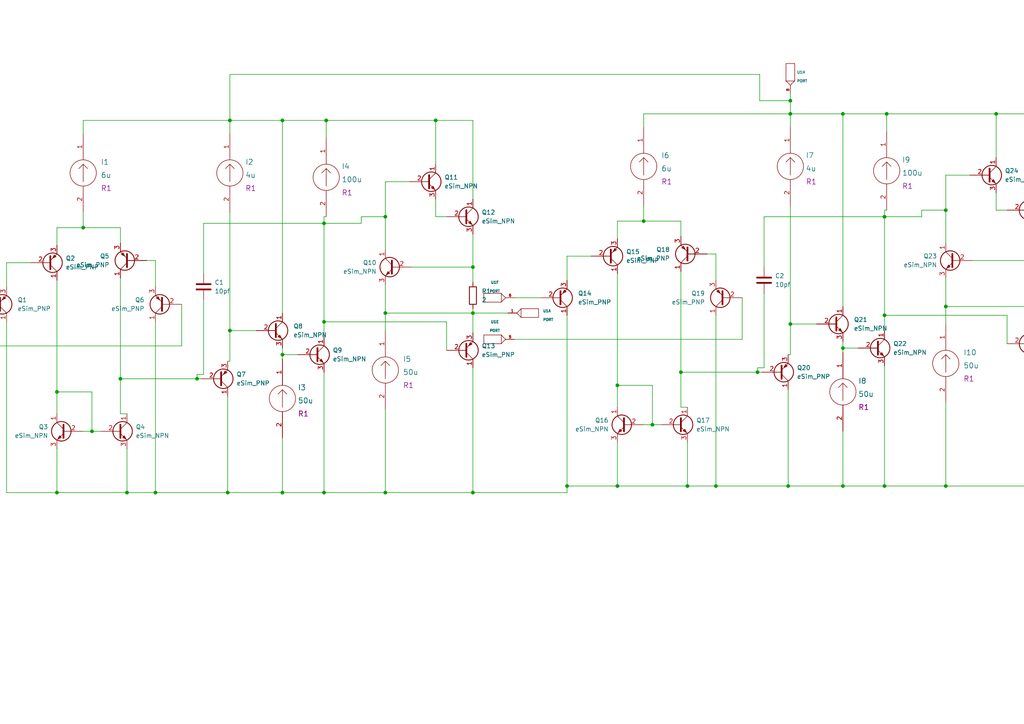
<source format=kicad_sch>
(kicad_sch (version 20211123) (generator eeschema)

  (uuid 308285d8-cdf7-4017-97e9-2004b1ec09a7)

  (paper "A4")

  (lib_symbols
    (symbol "eSim_Devices:capacitor" (pin_numbers hide) (pin_names (offset 0.254)) (in_bom yes) (on_board yes)
      (property "Reference" "C" (id 0) (at 0.635 2.54 0)
        (effects (font (size 1.27 1.27)) (justify left))
      )
      (property "Value" "capacitor" (id 1) (at 0.635 -2.54 0)
        (effects (font (size 1.27 1.27)) (justify left))
      )
      (property "Footprint" "" (id 2) (at 0.9652 -3.81 0)
        (effects (font (size 0.762 0.762)))
      )
      (property "Datasheet" "" (id 3) (at 0 0 0)
        (effects (font (size 1.524 1.524)))
      )
      (property "ki_fp_filters" "C_*" (id 4) (at 0 0 0)
        (effects (font (size 1.27 1.27)) hide)
      )
      (symbol "capacitor_0_1"
        (polyline
          (pts
            (xy -2.032 -0.762)
            (xy 2.032 -0.762)
          )
          (stroke (width 0.508) (type default) (color 0 0 0 0))
          (fill (type none))
        )
        (polyline
          (pts
            (xy -2.032 0.762)
            (xy 2.032 0.762)
          )
          (stroke (width 0.508) (type default) (color 0 0 0 0))
          (fill (type none))
        )
      )
      (symbol "capacitor_1_1"
        (pin passive line (at 0 3.81 270) (length 2.794)
          (name "~" (effects (font (size 1.016 1.016))))
          (number "1" (effects (font (size 1.016 1.016))))
        )
        (pin passive line (at 0 -3.81 90) (length 2.794)
          (name "~" (effects (font (size 1.016 1.016))))
          (number "2" (effects (font (size 1.016 1.016))))
        )
      )
    )
    (symbol "eSim_Devices:eSim_NPN" (pin_names (offset 0) hide) (in_bom yes) (on_board yes)
      (property "Reference" "Q" (id 0) (at -2.54 1.27 0)
        (effects (font (size 1.27 1.27)) (justify right))
      )
      (property "Value" "eSim_NPN" (id 1) (at -1.27 3.81 0)
        (effects (font (size 1.27 1.27)) (justify right))
      )
      (property "Footprint" "" (id 2) (at 5.08 2.54 0)
        (effects (font (size 0.7366 0.7366)))
      )
      (property "Datasheet" "" (id 3) (at 0 0 0)
        (effects (font (size 1.524 1.524)))
      )
      (symbol "eSim_NPN_0_1"
        (polyline
          (pts
            (xy 0.635 0.635)
            (xy 2.54 2.54)
          )
          (stroke (width 0) (type default) (color 0 0 0 0))
          (fill (type none))
        )
        (polyline
          (pts
            (xy 0.635 -0.635)
            (xy 2.54 -2.54)
            (xy 2.54 -2.54)
          )
          (stroke (width 0) (type default) (color 0 0 0 0))
          (fill (type none))
        )
        (polyline
          (pts
            (xy 0.635 1.905)
            (xy 0.635 -1.905)
            (xy 0.635 -1.905)
          )
          (stroke (width 0.508) (type default) (color 0 0 0 0))
          (fill (type none))
        )
        (polyline
          (pts
            (xy 1.27 -1.778)
            (xy 1.778 -1.27)
            (xy 2.286 -2.286)
            (xy 1.27 -1.778)
            (xy 1.27 -1.778)
          )
          (stroke (width 0) (type default) (color 0 0 0 0))
          (fill (type outline))
        )
        (circle (center 1.27 0) (radius 2.8194)
          (stroke (width 0.254) (type default) (color 0 0 0 0))
          (fill (type none))
        )
      )
      (symbol "eSim_NPN_1_1"
        (pin passive line (at 2.54 5.08 270) (length 2.54)
          (name "C" (effects (font (size 1.27 1.27))))
          (number "1" (effects (font (size 1.27 1.27))))
        )
        (pin passive line (at -5.08 0 0) (length 5.715)
          (name "B" (effects (font (size 1.27 1.27))))
          (number "2" (effects (font (size 1.27 1.27))))
        )
        (pin passive line (at 2.54 -5.08 90) (length 2.54)
          (name "E" (effects (font (size 1.27 1.27))))
          (number "3" (effects (font (size 1.27 1.27))))
        )
      )
    )
    (symbol "eSim_Devices:eSim_PNP" (pin_names (offset 0) hide) (in_bom yes) (on_board yes)
      (property "Reference" "Q" (id 0) (at -2.54 1.27 0)
        (effects (font (size 1.27 1.27)) (justify right))
      )
      (property "Value" "eSim_PNP" (id 1) (at -1.27 3.81 0)
        (effects (font (size 1.27 1.27)) (justify right))
      )
      (property "Footprint" "" (id 2) (at 5.08 2.54 0)
        (effects (font (size 0.7366 0.7366)))
      )
      (property "Datasheet" "" (id 3) (at 0 0 0)
        (effects (font (size 1.524 1.524)))
      )
      (symbol "eSim_PNP_0_1"
        (polyline
          (pts
            (xy 0.635 0.635)
            (xy 2.54 2.54)
          )
          (stroke (width 0) (type default) (color 0 0 0 0))
          (fill (type none))
        )
        (polyline
          (pts
            (xy 0.635 -0.635)
            (xy 2.54 -2.54)
            (xy 2.54 -2.54)
          )
          (stroke (width 0) (type default) (color 0 0 0 0))
          (fill (type none))
        )
        (polyline
          (pts
            (xy 0.635 1.905)
            (xy 0.635 -1.905)
            (xy 0.635 -1.905)
          )
          (stroke (width 0.508) (type default) (color 0 0 0 0))
          (fill (type none))
        )
        (polyline
          (pts
            (xy 2.286 -1.778)
            (xy 1.778 -2.286)
            (xy 1.27 -1.27)
            (xy 2.286 -1.778)
            (xy 2.286 -1.778)
          )
          (stroke (width 0) (type default) (color 0 0 0 0))
          (fill (type outline))
        )
        (circle (center 1.27 0) (radius 2.8194)
          (stroke (width 0.254) (type default) (color 0 0 0 0))
          (fill (type none))
        )
      )
      (symbol "eSim_PNP_1_1"
        (pin passive line (at 2.54 5.08 270) (length 2.54)
          (name "C" (effects (font (size 1.27 1.27))))
          (number "1" (effects (font (size 1.27 1.27))))
        )
        (pin passive line (at -5.08 0 0) (length 5.715)
          (name "B" (effects (font (size 1.27 1.27))))
          (number "2" (effects (font (size 1.27 1.27))))
        )
        (pin passive line (at 2.54 -5.08 90) (length 2.54)
          (name "E" (effects (font (size 1.27 1.27))))
          (number "3" (effects (font (size 1.27 1.27))))
        )
      )
    )
    (symbol "eSim_Devices:resistor" (pin_numbers hide) (pin_names (offset 0)) (in_bom yes) (on_board yes)
      (property "Reference" "R" (id 0) (at 1.27 3.302 0)
        (effects (font (size 1.27 1.27)))
      )
      (property "Value" "resistor" (id 1) (at 1.27 -1.27 0)
        (effects (font (size 1.27 1.27)))
      )
      (property "Footprint" "" (id 2) (at 1.27 -0.508 0)
        (effects (font (size 0.762 0.762)))
      )
      (property "Datasheet" "" (id 3) (at 1.27 1.27 90)
        (effects (font (size 0.762 0.762)))
      )
      (property "ki_fp_filters" "R_* Resistor_*" (id 4) (at 0 0 0)
        (effects (font (size 1.27 1.27)) hide)
      )
      (symbol "resistor_0_1"
        (rectangle (start 3.81 0.254) (end -1.27 2.286)
          (stroke (width 0.254) (type default) (color 0 0 0 0))
          (fill (type none))
        )
      )
      (symbol "resistor_1_1"
        (pin passive line (at -2.54 1.27 0) (length 1.27)
          (name "~" (effects (font (size 1.524 1.524))))
          (number "1" (effects (font (size 1.524 1.524))))
        )
        (pin passive line (at 5.08 1.27 180) (length 1.27)
          (name "~" (effects (font (size 1.524 1.524))))
          (number "2" (effects (font (size 1.524 1.524))))
        )
      )
    )
    (symbol "eSim_Miscellaneous:PORT" (pin_names (offset 1.016)) (in_bom yes) (on_board yes)
      (property "Reference" "U" (id 0) (at 1.27 2.54 0)
        (effects (font (size 0.762 0.762)))
      )
      (property "Value" "PORT" (id 1) (at 0 0 0)
        (effects (font (size 0.762 0.762)))
      )
      (property "Footprint" "" (id 2) (at 0 0 0)
        (effects (font (size 1.524 1.524)))
      )
      (property "Datasheet" "" (id 3) (at 0 0 0)
        (effects (font (size 1.524 1.524)))
      )
      (symbol "PORT_0_1"
        (rectangle (start -2.54 1.27) (end 2.54 -1.27)
          (stroke (width 0) (type default) (color 0 0 0 0))
          (fill (type none))
        )
        (arc (start 2.54 1.27) (mid 3.1355 0.5955) (end 3.81 0)
          (stroke (width 0) (type default) (color 0 0 0 0))
          (fill (type none))
        )
        (arc (start 3.81 0) (mid 3.1447 -0.6046) (end 2.54 -1.27)
          (stroke (width 0) (type default) (color 0 0 0 0))
          (fill (type none))
        )
      )
      (symbol "PORT_1_1"
        (pin bidirectional line (at 6.35 0 180) (length 2.54)
          (name "~" (effects (font (size 0.762 0.762))))
          (number "1" (effects (font (size 0.762 0.762))))
        )
      )
      (symbol "PORT_2_1"
        (pin bidirectional line (at 6.35 0 180) (length 2.54)
          (name "~" (effects (font (size 0.762 0.762))))
          (number "2" (effects (font (size 0.762 0.762))))
        )
      )
      (symbol "PORT_3_1"
        (pin bidirectional line (at 6.35 0 180) (length 2.54)
          (name "~" (effects (font (size 0.762 0.762))))
          (number "3" (effects (font (size 0.762 0.762))))
        )
      )
      (symbol "PORT_4_1"
        (pin bidirectional line (at 6.35 0 180) (length 2.54)
          (name "~" (effects (font (size 0.762 0.762))))
          (number "4" (effects (font (size 0.762 0.762))))
        )
      )
      (symbol "PORT_5_1"
        (pin bidirectional line (at 6.35 0 180) (length 2.54)
          (name "~" (effects (font (size 0.762 0.762))))
          (number "5" (effects (font (size 0.762 0.762))))
        )
      )
      (symbol "PORT_6_1"
        (pin bidirectional line (at 6.35 0 180) (length 2.54)
          (name "~" (effects (font (size 0.762 0.762))))
          (number "6" (effects (font (size 0.762 0.762))))
        )
      )
      (symbol "PORT_7_1"
        (pin bidirectional line (at 6.35 0 180) (length 2.54)
          (name "~" (effects (font (size 0.762 0.762))))
          (number "7" (effects (font (size 0.762 0.762))))
        )
      )
      (symbol "PORT_8_1"
        (pin bidirectional line (at 6.35 0 180) (length 2.54)
          (name "~" (effects (font (size 0.762 0.762))))
          (number "8" (effects (font (size 0.762 0.762))))
        )
      )
      (symbol "PORT_9_1"
        (pin bidirectional line (at 6.35 0 180) (length 2.54)
          (name "~" (effects (font (size 0.762 0.762))))
          (number "9" (effects (font (size 0.762 0.762))))
        )
      )
      (symbol "PORT_10_1"
        (pin bidirectional line (at 6.35 0 180) (length 2.54)
          (name "~" (effects (font (size 0.762 0.762))))
          (number "10" (effects (font (size 0.762 0.762))))
        )
      )
      (symbol "PORT_11_1"
        (pin bidirectional line (at 6.35 0 180) (length 2.54)
          (name "~" (effects (font (size 0.762 0.762))))
          (number "11" (effects (font (size 0.762 0.762))))
        )
      )
      (symbol "PORT_12_1"
        (pin bidirectional line (at 6.35 0 180) (length 2.54)
          (name "~" (effects (font (size 0.762 0.762))))
          (number "12" (effects (font (size 0.762 0.762))))
        )
      )
      (symbol "PORT_13_1"
        (pin bidirectional line (at 6.35 0 180) (length 2.54)
          (name "~" (effects (font (size 0.762 0.762))))
          (number "13" (effects (font (size 0.762 0.762))))
        )
      )
      (symbol "PORT_14_1"
        (pin bidirectional line (at 6.35 0 180) (length 2.54)
          (name "~" (effects (font (size 0.762 0.762))))
          (number "14" (effects (font (size 0.762 0.762))))
        )
      )
      (symbol "PORT_15_1"
        (pin bidirectional line (at 6.35 0 180) (length 2.54)
          (name "~" (effects (font (size 0.762 0.762))))
          (number "15" (effects (font (size 0.762 0.762))))
        )
      )
      (symbol "PORT_16_1"
        (pin bidirectional line (at 6.35 0 180) (length 2.54)
          (name "~" (effects (font (size 0.762 0.762))))
          (number "16" (effects (font (size 0.762 0.762))))
        )
      )
      (symbol "PORT_17_1"
        (pin bidirectional line (at 6.35 0 180) (length 2.54)
          (name "~" (effects (font (size 0.762 0.762))))
          (number "17" (effects (font (size 0.762 0.762))))
        )
      )
      (symbol "PORT_18_1"
        (pin bidirectional line (at 6.35 0 180) (length 2.54)
          (name "~" (effects (font (size 0.762 0.762))))
          (number "18" (effects (font (size 0.762 0.762))))
        )
      )
      (symbol "PORT_19_1"
        (pin bidirectional line (at 6.35 0 180) (length 2.54)
          (name "~" (effects (font (size 0.762 0.762))))
          (number "19" (effects (font (size 0.762 0.762))))
        )
      )
      (symbol "PORT_20_1"
        (pin bidirectional line (at 6.35 0 180) (length 2.54)
          (name "~" (effects (font (size 0.762 0.762))))
          (number "20" (effects (font (size 0.762 0.762))))
        )
      )
      (symbol "PORT_21_1"
        (pin bidirectional line (at 6.35 0 180) (length 2.54)
          (name "~" (effects (font (size 0.762 0.762))))
          (number "21" (effects (font (size 0.762 0.762))))
        )
      )
      (symbol "PORT_22_1"
        (pin bidirectional line (at 6.35 0 180) (length 2.54)
          (name "~" (effects (font (size 0.762 0.762))))
          (number "22" (effects (font (size 0.762 0.762))))
        )
      )
      (symbol "PORT_23_1"
        (pin bidirectional line (at 6.35 0 180) (length 2.54)
          (name "~" (effects (font (size 0.762 0.762))))
          (number "23" (effects (font (size 0.762 0.762))))
        )
      )
      (symbol "PORT_24_1"
        (pin bidirectional line (at 6.35 0 180) (length 2.54)
          (name "~" (effects (font (size 0.762 0.762))))
          (number "24" (effects (font (size 0.762 0.762))))
        )
      )
      (symbol "PORT_25_1"
        (pin bidirectional line (at 6.35 0 180) (length 2.54)
          (name "~" (effects (font (size 0.762 0.762))))
          (number "25" (effects (font (size 0.762 0.762))))
        )
      )
      (symbol "PORT_26_1"
        (pin bidirectional line (at 6.35 0 180) (length 2.54)
          (name "~" (effects (font (size 0.762 0.762))))
          (number "26" (effects (font (size 0.762 0.762))))
        )
      )
    )
    (symbol "eSim_Sources:dc" (pin_names (offset 1.016)) (in_bom yes) (on_board yes)
      (property "Reference" "I" (id 0) (at -5.08 2.54 0)
        (effects (font (size 1.524 1.524)))
      )
      (property "Value" "dc" (id 1) (at -5.08 -1.27 0)
        (effects (font (size 1.524 1.524)))
      )
      (property "Footprint" "R1" (id 2) (at -7.62 0 0)
        (effects (font (size 1.524 1.524)))
      )
      (property "Datasheet" "" (id 3) (at 0 0 0)
        (effects (font (size 1.524 1.524)))
      )
      (property "ki_fp_filters" "1_pin" (id 4) (at 0 0 0)
        (effects (font (size 1.27 1.27)) hide)
      )
      (symbol "dc_0_1"
        (polyline
          (pts
            (xy 0 -2.54)
            (xy 0 -2.54)
          )
          (stroke (width 0) (type default) (color 0 0 0 0))
          (fill (type none))
        )
        (polyline
          (pts
            (xy 0 2.54)
            (xy -1.27 1.27)
          )
          (stroke (width 0) (type default) (color 0 0 0 0))
          (fill (type none))
        )
        (polyline
          (pts
            (xy 0 2.54)
            (xy 0 -2.54)
          )
          (stroke (width 0) (type default) (color 0 0 0 0))
          (fill (type none))
        )
        (polyline
          (pts
            (xy 0 2.54)
            (xy 1.27 1.27)
          )
          (stroke (width 0) (type default) (color 0 0 0 0))
          (fill (type none))
        )
        (circle (center 0 0) (radius 3.81)
          (stroke (width 0) (type default) (color 0 0 0 0))
          (fill (type none))
        )
      )
      (symbol "dc_1_1"
        (pin passive line (at 0 11.43 270) (length 7.62)
          (name "~" (effects (font (size 1.27 1.27))))
          (number "1" (effects (font (size 1.27 1.27))))
        )
        (pin passive line (at 0 -11.43 90) (length 7.62)
          (name "~" (effects (font (size 1.27 1.27))))
          (number "2" (effects (font (size 1.27 1.27))))
        )
      )
    )
  )

  (junction (at 57.15 109.855) (diameter 0) (color 0 0 0 0)
    (uuid 013cee0d-1215-4e3c-9da2-593679785926)
  )
  (junction (at 45.085 142.875) (diameter 0) (color 0 0 0 0)
    (uuid 018d744a-0452-4f3c-a473-bf8d2afb4b9f)
  )
  (junction (at 299.72 88.9) (diameter 0) (color 0 0 0 0)
    (uuid 080ed789-1b34-4f09-8788-09bb897c104c)
  )
  (junction (at 244.475 33.02) (diameter 0) (color 0 0 0 0)
    (uuid 081cb028-7db7-4c0f-9854-fd4e7756eacd)
  )
  (junction (at 299.72 140.97) (diameter 0) (color 0 0 0 0)
    (uuid 0b37c419-971c-453e-8223-d8f2ca3d9565)
  )
  (junction (at 257.175 33.02) (diameter 0) (color 0 0 0 0)
    (uuid 0b9bfa05-7365-44a5-945b-67633bc5f983)
  )
  (junction (at 197.485 107.95) (diameter 0) (color 0 0 0 0)
    (uuid 158846bf-e75c-4d72-9914-3cec0964edad)
  )
  (junction (at 229.235 29.21) (diameter 0) (color 0 0 0 0)
    (uuid 2043ebc8-2fa6-4045-a778-58572628d7e7)
  )
  (junction (at 207.645 140.97) (diameter 0) (color 0 0 0 0)
    (uuid 2131e929-e18f-4c60-aabd-1439ec047046)
  )
  (junction (at 16.51 113.665) (diameter 0) (color 0 0 0 0)
    (uuid 31ab38ac-c38c-4128-8155-06cebbaf952c)
  )
  (junction (at 288.925 33.02) (diameter 0) (color 0 0 0 0)
    (uuid 34acb712-ba38-46b1-ac10-7853c6e39cd5)
  )
  (junction (at 299.72 75.565) (diameter 0) (color 0 0 0 0)
    (uuid 35268963-e4ad-40b2-a3ef-5de6e30c527b)
  )
  (junction (at 256.54 62.865) (diameter 0) (color 0 0 0 0)
    (uuid 44dc5d36-dc3d-4e33-be5c-0f35c9b3056f)
  )
  (junction (at 219.71 107.95) (diameter 0) (color 0 0 0 0)
    (uuid 48a131a5-264b-47da-8b57-f08db5fcafd0)
  )
  (junction (at 81.915 34.925) (diameter 0) (color 0 0 0 0)
    (uuid 49ca23cc-f016-48a0-9f73-aa8357cfd13a)
  )
  (junction (at 137.16 90.805) (diameter 0) (color 0 0 0 0)
    (uuid 4a2fa091-f7b1-40a6-85d0-14e6849cc18f)
  )
  (junction (at 93.98 142.875) (diameter 0) (color 0 0 0 0)
    (uuid 4d01b5f4-8d2a-4158-a1e4-15e06f1129f6)
  )
  (junction (at 256.54 91.44) (diameter 0) (color 0 0 0 0)
    (uuid 4e5a7672-f68d-42d0-b665-79fd4b3ff082)
  )
  (junction (at 111.76 90.805) (diameter 0) (color 0 0 0 0)
    (uuid 53e4da19-b2f4-46d5-86f3-fa8d409cc0dd)
  )
  (junction (at 93.98 93.345) (diameter 0) (color 0 0 0 0)
    (uuid 5a211b40-ce2f-45fa-bb82-285aaa2b14e5)
  )
  (junction (at 34.925 109.855) (diameter 0) (color 0 0 0 0)
    (uuid 5add4c6c-2059-4ef9-9797-98ade09fb230)
  )
  (junction (at 126.365 34.925) (diameter 0) (color 0 0 0 0)
    (uuid 6597382e-ad47-4030-be38-67c7be577fa5)
  )
  (junction (at 111.76 142.875) (diameter 0) (color 0 0 0 0)
    (uuid 723e70ff-6bf8-440a-88a8-c6b3d9a67c57)
  )
  (junction (at 137.16 142.875) (diameter 0) (color 0 0 0 0)
    (uuid 73193ff0-55d1-4730-9e86-c23a4829c617)
  )
  (junction (at 66.04 142.875) (diameter 0) (color 0 0 0 0)
    (uuid 75a6c52c-51f7-4b27-9a8b-5224515cb801)
  )
  (junction (at 111.76 62.865) (diameter 0) (color 0 0 0 0)
    (uuid 8ab829ce-1312-455a-8169-24258d3b54f9)
  )
  (junction (at 228.6 140.97) (diameter 0) (color 0 0 0 0)
    (uuid 981964d9-b700-445f-9ae1-bd37ae2e669b)
  )
  (junction (at 229.235 93.98) (diameter 0) (color 0 0 0 0)
    (uuid 9945e2a8-b4c6-4274-addb-48f0b9bf016d)
  )
  (junction (at 244.475 140.97) (diameter 0) (color 0 0 0 0)
    (uuid 9db7838a-9766-4cc8-a3c7-8fe244162546)
  )
  (junction (at 274.32 140.97) (diameter 0) (color 0 0 0 0)
    (uuid a7e4c685-d356-46f1-85b0-170604769233)
  )
  (junction (at 81.915 102.87) (diameter 0) (color 0 0 0 0)
    (uuid a82ed36b-052a-47be-840d-3519c61d3257)
  )
  (junction (at 186.69 64.135) (diameter 0) (color 0 0 0 0)
    (uuid aba47543-42e3-4a0f-be57-df432af6c7ea)
  )
  (junction (at 179.07 140.97) (diameter 0) (color 0 0 0 0)
    (uuid af113d0e-0fe7-4895-9e7e-6641ef36c7b1)
  )
  (junction (at 274.32 60.96) (diameter 0) (color 0 0 0 0)
    (uuid c5e66336-0bb9-401f-95ca-6881a220360c)
  )
  (junction (at 274.32 88.9) (diameter 0) (color 0 0 0 0)
    (uuid ca8e8367-c7fd-46bd-b0d0-30f14410c0d4)
  )
  (junction (at 16.51 142.875) (diameter 0) (color 0 0 0 0)
    (uuid cf119733-5d25-4d4c-89f4-da56daf99869)
  )
  (junction (at 26.67 125.095) (diameter 0) (color 0 0 0 0)
    (uuid d77ff0bc-a8fd-4d0f-83cc-e8b1ba0450b7)
  )
  (junction (at 189.23 123.19) (diameter 0) (color 0 0 0 0)
    (uuid db5d0211-9ef4-4d0d-8dad-fece5678ab60)
  )
  (junction (at 24.13 66.04) (diameter 0) (color 0 0 0 0)
    (uuid df980ab3-1c77-4a76-8151-c57c35f4a646)
  )
  (junction (at 199.39 140.97) (diameter 0) (color 0 0 0 0)
    (uuid dfa3777b-5030-4eb3-9a1d-119cc1873ac8)
  )
  (junction (at 81.915 142.875) (diameter 0) (color 0 0 0 0)
    (uuid e5e45019-97e5-4d13-95c8-81803305cab2)
  )
  (junction (at 36.83 142.875) (diameter 0) (color 0 0 0 0)
    (uuid e75405ee-ba4c-433c-9eca-cefefcdf7fd5)
  )
  (junction (at 66.675 34.925) (diameter 0) (color 0 0 0 0)
    (uuid ee46d74b-25e3-4f50-a96f-e1dd32326372)
  )
  (junction (at 93.98 64.77) (diameter 0) (color 0 0 0 0)
    (uuid ee5bed3e-c7fe-4e16-919a-5b11b3045872)
  )
  (junction (at 94.615 34.925) (diameter 0) (color 0 0 0 0)
    (uuid ee6b517e-b66f-4d62-b910-519b48c8889c)
  )
  (junction (at 164.465 140.97) (diameter 0) (color 0 0 0 0)
    (uuid f009c3d1-0c01-4af5-b7c7-52ae3bba62d8)
  )
  (junction (at 179.07 111.76) (diameter 0) (color 0 0 0 0)
    (uuid f4bb56c5-b50f-41a2-bcab-ace46975054a)
  )
  (junction (at 244.475 100.965) (diameter 0) (color 0 0 0 0)
    (uuid f65d1457-be04-46ca-baae-a414e7e9587d)
  )
  (junction (at 137.16 77.47) (diameter 0) (color 0 0 0 0)
    (uuid f8e2746d-432d-43ee-afcc-bd71fb5d75e8)
  )
  (junction (at 66.675 95.885) (diameter 0) (color 0 0 0 0)
    (uuid fb8fa52d-98fd-49cc-8836-96d84ff830ee)
  )
  (junction (at 256.54 140.97) (diameter 0) (color 0 0 0 0)
    (uuid fe62bcf7-72dc-47c8-b598-c0508f2c6a87)
  )
  (junction (at 229.235 33.02) (diameter 0) (color 0 0 0 0)
    (uuid fed3824a-6f22-47f8-919a-b2c51d28871d)
  )

  (wire (pts (xy 299.72 33.02) (xy 299.72 55.88))
    (stroke (width 0) (type default) (color 0 0 0 0))
    (uuid 008edbf1-26db-444b-8cf1-d612edb2c4ec)
  )
  (wire (pts (xy 119.38 77.47) (xy 137.16 77.47))
    (stroke (width 0) (type default) (color 0 0 0 0))
    (uuid 01e028f0-dd5c-4fd0-bf41-cf944b775675)
  )
  (wire (pts (xy 16.51 81.28) (xy 16.51 113.665))
    (stroke (width 0) (type default) (color 0 0 0 0))
    (uuid 01e75172-859e-4820-9594-e5ef57c54541)
  )
  (wire (pts (xy 93.98 142.875) (xy 111.76 142.875))
    (stroke (width 0) (type default) (color 0 0 0 0))
    (uuid 041e912e-0a2b-4383-a2aa-48315903ea22)
  )
  (wire (pts (xy 197.485 107.95) (xy 219.71 107.95))
    (stroke (width 0) (type default) (color 0 0 0 0))
    (uuid 0520ded9-95f8-47d8-8b59-4b8f198bc863)
  )
  (wire (pts (xy 137.16 67.945) (xy 137.16 77.47))
    (stroke (width 0) (type default) (color 0 0 0 0))
    (uuid 06014456-f818-4eb6-b3ba-fce37b3c545d)
  )
  (wire (pts (xy 66.675 104.775) (xy 66.04 104.775))
    (stroke (width 0) (type default) (color 0 0 0 0))
    (uuid 06d86d6e-f197-4600-bc41-8987f66ceceb)
  )
  (wire (pts (xy 81.915 102.87) (xy 81.915 104.14))
    (stroke (width 0) (type default) (color 0 0 0 0))
    (uuid 070a6715-c1cc-4dac-a259-3405d5b17256)
  )
  (wire (pts (xy 66.04 114.935) (xy 66.04 142.875))
    (stroke (width 0) (type default) (color 0 0 0 0))
    (uuid 0b62f679-8d22-4dc9-87ac-a6b6855909d6)
  )
  (wire (pts (xy 205.105 73.66) (xy 207.645 73.66))
    (stroke (width 0) (type default) (color 0 0 0 0))
    (uuid 0e03e886-eac8-4f36-a676-f586dcc8b1da)
  )
  (wire (pts (xy 256.54 95.885) (xy 256.54 91.44))
    (stroke (width 0) (type default) (color 0 0 0 0))
    (uuid 0f054489-d1c8-453a-97b6-2765bd2aab4d)
  )
  (wire (pts (xy 189.23 123.19) (xy 191.77 123.19))
    (stroke (width 0) (type default) (color 0 0 0 0))
    (uuid 11ae48ce-7a18-4ccc-8783-3f74dbc018c2)
  )
  (wire (pts (xy 34.925 80.645) (xy 34.925 109.855))
    (stroke (width 0) (type default) (color 0 0 0 0))
    (uuid 14b5fcf7-d740-4f9a-908a-25d9cf5e552d)
  )
  (wire (pts (xy 244.475 33.02) (xy 244.475 88.9))
    (stroke (width 0) (type default) (color 0 0 0 0))
    (uuid 183cef0c-9d26-4b14-b8e0-f4240b6945df)
  )
  (wire (pts (xy 104.775 64.77) (xy 93.98 64.77))
    (stroke (width 0) (type default) (color 0 0 0 0))
    (uuid 1be76795-07a0-493a-a69a-a82d5e2295f8)
  )
  (wire (pts (xy 199.39 140.97) (xy 207.645 140.97))
    (stroke (width 0) (type default) (color 0 0 0 0))
    (uuid 1d91e2ae-9de6-4b8e-a063-b707a85895e8)
  )
  (wire (pts (xy 111.76 90.805) (xy 137.16 90.805))
    (stroke (width 0) (type default) (color 0 0 0 0))
    (uuid 1e41ce90-f5a1-4215-b124-9cad187399e6)
  )
  (wire (pts (xy 24.13 34.925) (xy 66.675 34.925))
    (stroke (width 0) (type default) (color 0 0 0 0))
    (uuid 1e4e9846-f856-4d7c-93a2-911a2b5177a6)
  )
  (wire (pts (xy 36.83 142.875) (xy 45.085 142.875))
    (stroke (width 0) (type default) (color 0 0 0 0))
    (uuid 1e6c99d5-49c5-408f-bb95-388f9daff65b)
  )
  (wire (pts (xy 267.335 60.96) (xy 267.335 62.865))
    (stroke (width 0) (type default) (color 0 0 0 0))
    (uuid 1ed27bd9-7793-4da0-9524-aabdcf25cdbe)
  )
  (wire (pts (xy 129.54 101.6) (xy 129.54 93.345))
    (stroke (width 0) (type default) (color 0 0 0 0))
    (uuid 1fd5d87a-6897-434b-81d1-c989b9eb5ddc)
  )
  (wire (pts (xy 244.475 33.02) (xy 257.175 33.02))
    (stroke (width 0) (type default) (color 0 0 0 0))
    (uuid 206c5804-e230-47ea-9cff-946345a7496b)
  )
  (wire (pts (xy 274.32 60.96) (xy 274.32 70.485))
    (stroke (width 0) (type default) (color 0 0 0 0))
    (uuid 2174281c-7fff-4c9c-8e3d-280a1e682212)
  )
  (wire (pts (xy 111.76 118.745) (xy 111.76 142.875))
    (stroke (width 0) (type default) (color 0 0 0 0))
    (uuid 23aecc56-2e2c-4797-bd9c-2902433664ea)
  )
  (wire (pts (xy 34.925 109.855) (xy 34.925 120.015))
    (stroke (width 0) (type default) (color 0 0 0 0))
    (uuid 2418e6b4-2677-4c52-a616-770549c1bb5f)
  )
  (wire (pts (xy 126.365 34.925) (xy 137.16 34.925))
    (stroke (width 0) (type default) (color 0 0 0 0))
    (uuid 241b2f1a-21b4-4eb6-a805-ffbdff8b6498)
  )
  (wire (pts (xy 244.475 99.06) (xy 244.475 100.965))
    (stroke (width 0) (type default) (color 0 0 0 0))
    (uuid 24a4f1da-9237-4204-b454-331162e63a14)
  )
  (wire (pts (xy 186.69 59.69) (xy 186.69 64.135))
    (stroke (width 0) (type default) (color 0 0 0 0))
    (uuid 2516f818-10ae-4410-a40e-6dfade62a4cf)
  )
  (wire (pts (xy 24.13 38.735) (xy 24.13 34.925))
    (stroke (width 0) (type default) (color 0 0 0 0))
    (uuid 263190f6-bfc4-416b-8b84-5e4b50395f6a)
  )
  (wire (pts (xy 34.925 66.04) (xy 34.925 70.485))
    (stroke (width 0) (type default) (color 0 0 0 0))
    (uuid 26e22b89-bfb6-4568-a351-136405a4eeb6)
  )
  (wire (pts (xy 228.6 113.03) (xy 228.6 140.97))
    (stroke (width 0) (type default) (color 0 0 0 0))
    (uuid 2963a187-9e75-4560-b5b9-6386172eee84)
  )
  (wire (pts (xy 274.32 88.9) (xy 274.32 93.98))
    (stroke (width 0) (type default) (color 0 0 0 0))
    (uuid 2b07eab8-9403-452f-a711-ab1d74643c40)
  )
  (wire (pts (xy 59.055 86.995) (xy 59.055 108.585))
    (stroke (width 0) (type default) (color 0 0 0 0))
    (uuid 2b7d6e74-acbd-4730-b57f-ddf2fe1e4d56)
  )
  (wire (pts (xy 36.83 130.175) (xy 36.83 142.875))
    (stroke (width 0) (type default) (color 0 0 0 0))
    (uuid 2e412e30-1799-44af-b4f1-d4ee7fc3a08d)
  )
  (wire (pts (xy 104.775 62.865) (xy 104.775 64.77))
    (stroke (width 0) (type default) (color 0 0 0 0))
    (uuid 2e6ca92d-82e9-4490-a64c-95c81d01c563)
  )
  (wire (pts (xy 93.98 93.345) (xy 93.98 64.77))
    (stroke (width 0) (type default) (color 0 0 0 0))
    (uuid 2ebacc7d-86e2-4cbb-863d-d2ace089fe46)
  )
  (wire (pts (xy 299.72 88.9) (xy 299.72 94.615))
    (stroke (width 0) (type default) (color 0 0 0 0))
    (uuid 2efdcd28-93aa-4fdf-a7c5-3bcf81ca8290)
  )
  (wire (pts (xy 288.925 60.96) (xy 292.1 60.96))
    (stroke (width 0) (type default) (color 0 0 0 0))
    (uuid 2f548a86-8270-4141-9376-da9282386fbe)
  )
  (wire (pts (xy 229.235 29.21) (xy 229.235 33.02))
    (stroke (width 0) (type default) (color 0 0 0 0))
    (uuid 3003fbe6-4ef9-40d8-a673-f4aaf35b78b4)
  )
  (wire (pts (xy 81.915 100.965) (xy 81.915 102.87))
    (stroke (width 0) (type default) (color 0 0 0 0))
    (uuid 331b2176-36a7-476d-80a7-b9c0707b505e)
  )
  (wire (pts (xy 16.51 130.175) (xy 16.51 142.875))
    (stroke (width 0) (type default) (color 0 0 0 0))
    (uuid 3615a1a2-5b26-45db-baca-cfa759236945)
  )
  (wire (pts (xy 94.615 34.925) (xy 94.615 40.005))
    (stroke (width 0) (type default) (color 0 0 0 0))
    (uuid 3c4f4657-fc58-4069-ade8-a61d4c9f7ff7)
  )
  (wire (pts (xy 186.69 33.02) (xy 229.235 33.02))
    (stroke (width 0) (type default) (color 0 0 0 0))
    (uuid 3ce4f3fe-9336-4d69-b796-1a4e3f5114cf)
  )
  (wire (pts (xy 111.76 52.705) (xy 118.745 52.705))
    (stroke (width 0) (type default) (color 0 0 0 0))
    (uuid 3e6c7eaf-2cb9-420a-b063-0ff891abbf19)
  )
  (wire (pts (xy 81.915 34.925) (xy 81.915 90.805))
    (stroke (width 0) (type default) (color 0 0 0 0))
    (uuid 40b924ca-581a-44be-a912-98a77c52553f)
  )
  (wire (pts (xy 94.615 34.925) (xy 126.365 34.925))
    (stroke (width 0) (type default) (color 0 0 0 0))
    (uuid 40df18f8-1744-46b2-948f-a565062232cc)
  )
  (wire (pts (xy 274.32 60.96) (xy 274.32 50.8))
    (stroke (width 0) (type default) (color 0 0 0 0))
    (uuid 4128662b-a5ce-4fd0-892f-acdbef37d755)
  )
  (wire (pts (xy 111.76 82.55) (xy 111.76 90.805))
    (stroke (width 0) (type default) (color 0 0 0 0))
    (uuid 41f88165-fb45-44a7-9f36-6a3260231b08)
  )
  (wire (pts (xy 66.675 34.925) (xy 81.915 34.925))
    (stroke (width 0) (type default) (color 0 0 0 0))
    (uuid 42f7fd53-02f5-4d39-a0b7-4331d1617c30)
  )
  (wire (pts (xy 137.16 90.805) (xy 147.32 90.805))
    (stroke (width 0) (type default) (color 0 0 0 0))
    (uuid 450f7763-e683-42b3-a5e1-5542a2e12436)
  )
  (wire (pts (xy 256.54 140.97) (xy 274.32 140.97))
    (stroke (width 0) (type default) (color 0 0 0 0))
    (uuid 471d70ea-5a0e-43c9-b92e-eeee918fcff0)
  )
  (wire (pts (xy 137.16 77.47) (xy 137.16 81.915))
    (stroke (width 0) (type default) (color 0 0 0 0))
    (uuid 47c9bbc6-c91f-4362-b5f4-7ee77e785cb5)
  )
  (wire (pts (xy 292.1 99.695) (xy 292.1 91.44))
    (stroke (width 0) (type default) (color 0 0 0 0))
    (uuid 490ea6c0-e48d-4db7-9b53-e386a6203604)
  )
  (wire (pts (xy 66.675 95.885) (xy 74.295 95.885))
    (stroke (width 0) (type default) (color 0 0 0 0))
    (uuid 498a9f4d-ffb2-4fa9-a6a9-0ce88651d0de)
  )
  (wire (pts (xy 57.15 109.855) (xy 58.42 109.855))
    (stroke (width 0) (type default) (color 0 0 0 0))
    (uuid 49e750fb-8c22-418c-bc3e-44c6a14a033e)
  )
  (wire (pts (xy 179.07 64.135) (xy 186.69 64.135))
    (stroke (width 0) (type default) (color 0 0 0 0))
    (uuid 50c1559a-0e9a-4ce9-858b-33df4c863456)
  )
  (wire (pts (xy 299.72 87.63) (xy 299.72 88.9))
    (stroke (width 0) (type default) (color 0 0 0 0))
    (uuid 51686123-b4d0-4a66-b7e7-981d76f9a72c)
  )
  (wire (pts (xy 111.76 62.865) (xy 111.76 72.39))
    (stroke (width 0) (type default) (color 0 0 0 0))
    (uuid 51abdf2c-c5c4-4726-b182-c46d5304e0d7)
  )
  (wire (pts (xy 111.76 62.865) (xy 104.775 62.865))
    (stroke (width 0) (type default) (color 0 0 0 0))
    (uuid 5517ab89-9bb1-43fa-9b74-cad835b3548d)
  )
  (wire (pts (xy 126.365 57.785) (xy 126.365 62.865))
    (stroke (width 0) (type default) (color 0 0 0 0))
    (uuid 589b1709-7da7-4654-8a6a-6c75f156982a)
  )
  (wire (pts (xy 274.32 88.9) (xy 299.72 88.9))
    (stroke (width 0) (type default) (color 0 0 0 0))
    (uuid 58eb32ed-b2a7-464c-9a4e-d16f75c632e1)
  )
  (wire (pts (xy 288.925 33.02) (xy 288.925 45.72))
    (stroke (width 0) (type default) (color 0 0 0 0))
    (uuid 5d729c7c-2419-46fb-b44b-60323bbb2909)
  )
  (wire (pts (xy 24.13 61.595) (xy 24.13 66.04))
    (stroke (width 0) (type default) (color 0 0 0 0))
    (uuid 5e88b40e-b9bc-471e-be04-abb284c6ec0c)
  )
  (wire (pts (xy 229.235 33.02) (xy 244.475 33.02))
    (stroke (width 0) (type default) (color 0 0 0 0))
    (uuid 6411ad11-7076-4cdf-aab3-b73671c2cb3f)
  )
  (wire (pts (xy 221.615 62.865) (xy 256.54 62.865))
    (stroke (width 0) (type default) (color 0 0 0 0))
    (uuid 65e6d0f2-86a8-47ea-9227-78c5c16eee4d)
  )
  (wire (pts (xy 220.345 29.21) (xy 229.235 29.21))
    (stroke (width 0) (type default) (color 0 0 0 0))
    (uuid 6679ff5d-b995-44ba-a41d-3262bd277fcb)
  )
  (wire (pts (xy 274.32 60.96) (xy 267.335 60.96))
    (stroke (width 0) (type default) (color 0 0 0 0))
    (uuid 69729e43-bd82-448f-b14e-5e3b2d63f503)
  )
  (wire (pts (xy 299.72 88.9) (xy 309.88 88.9))
    (stroke (width 0) (type default) (color 0 0 0 0))
    (uuid 69e6f6a1-76eb-4de0-9a66-81b73999d20c)
  )
  (wire (pts (xy 45.085 75.565) (xy 45.085 83.185))
    (stroke (width 0) (type default) (color 0 0 0 0))
    (uuid 6abdf76b-4f49-43fa-ac03-64262f405315)
  )
  (wire (pts (xy 220.345 21.59) (xy 220.345 29.21))
    (stroke (width 0) (type default) (color 0 0 0 0))
    (uuid 6cf024ec-71a5-401e-92e3-bf87a062c20e)
  )
  (wire (pts (xy 164.465 81.28) (xy 164.465 74.295))
    (stroke (width 0) (type default) (color 0 0 0 0))
    (uuid 6d76133e-11f1-4ad4-ab37-a4a954dda4a9)
  )
  (wire (pts (xy 244.475 125.095) (xy 244.475 140.97))
    (stroke (width 0) (type default) (color 0 0 0 0))
    (uuid 6efca0e4-1fbb-4b36-9dc8-27e2957cae06)
  )
  (wire (pts (xy 59.055 79.375) (xy 59.055 64.77))
    (stroke (width 0) (type default) (color 0 0 0 0))
    (uuid 6f8c0e4a-fe60-496d-b951-491f468a0763)
  )
  (wire (pts (xy 164.465 142.875) (xy 164.465 140.97))
    (stroke (width 0) (type default) (color 0 0 0 0))
    (uuid 701e9b1c-7f18-42c2-9305-73d791788c61)
  )
  (wire (pts (xy 16.51 113.665) (xy 16.51 120.015))
    (stroke (width 0) (type default) (color 0 0 0 0))
    (uuid 7305aec2-7fac-45de-96b7-dfc4460fe21b)
  )
  (wire (pts (xy 164.465 91.44) (xy 164.465 140.97))
    (stroke (width 0) (type default) (color 0 0 0 0))
    (uuid 7493a487-2bde-412f-bdb9-164a39e556bf)
  )
  (wire (pts (xy 274.32 80.645) (xy 274.32 88.9))
    (stroke (width 0) (type default) (color 0 0 0 0))
    (uuid 75ccf7a4-0e9d-40a7-94f6-8dd0ae5793d3)
  )
  (wire (pts (xy 244.475 100.965) (xy 244.475 102.235))
    (stroke (width 0) (type default) (color 0 0 0 0))
    (uuid 7657b602-f94a-4460-9eb2-91e79d1f2b10)
  )
  (wire (pts (xy 244.475 140.97) (xy 256.54 140.97))
    (stroke (width 0) (type default) (color 0 0 0 0))
    (uuid 78a351c5-aa6a-4d36-b615-e95e8d71dff7)
  )
  (wire (pts (xy 59.055 64.77) (xy 93.98 64.77))
    (stroke (width 0) (type default) (color 0 0 0 0))
    (uuid 7ba5eed7-4129-41dd-a0eb-ef6872ae5ff8)
  )
  (wire (pts (xy 257.175 33.02) (xy 257.175 38.1))
    (stroke (width 0) (type default) (color 0 0 0 0))
    (uuid 7be76e19-2e5d-47ae-9e65-5011305c0f31)
  )
  (wire (pts (xy 228.6 140.97) (xy 244.475 140.97))
    (stroke (width 0) (type default) (color 0 0 0 0))
    (uuid 7e1e687f-bb54-4daa-8993-485b2d464329)
  )
  (wire (pts (xy 1.905 93.345) (xy 1.905 142.875))
    (stroke (width 0) (type default) (color 0 0 0 0))
    (uuid 7f47f73b-9611-437f-b257-3d68b267fcf7)
  )
  (wire (pts (xy 179.07 111.76) (xy 189.23 111.76))
    (stroke (width 0) (type default) (color 0 0 0 0))
    (uuid 801f888e-c71e-4f3c-83c2-fe6342660c7d)
  )
  (wire (pts (xy 66.675 61.595) (xy 66.675 95.885))
    (stroke (width 0) (type default) (color 0 0 0 0))
    (uuid 80cf8f0f-a0f0-45f9-b8dd-d703a9247f28)
  )
  (wire (pts (xy 229.235 93.98) (xy 229.235 102.87))
    (stroke (width 0) (type default) (color 0 0 0 0))
    (uuid 8116b795-f490-478d-96be-d1b6dce35180)
  )
  (wire (pts (xy 126.365 34.925) (xy 126.365 47.625))
    (stroke (width 0) (type default) (color 0 0 0 0))
    (uuid 82c0c0a5-d59d-4da9-b046-ce14c536b987)
  )
  (wire (pts (xy 16.51 71.12) (xy 16.51 66.04))
    (stroke (width 0) (type default) (color 0 0 0 0))
    (uuid 8973b330-9192-4138-99ab-e5c1e5bf39c2)
  )
  (wire (pts (xy 179.07 111.76) (xy 179.07 118.11))
    (stroke (width 0) (type default) (color 0 0 0 0))
    (uuid 8a36b8b6-0a5b-4bfc-8329-62ba06a342a1)
  )
  (wire (pts (xy 197.485 64.135) (xy 197.485 68.58))
    (stroke (width 0) (type default) (color 0 0 0 0))
    (uuid 8d50eae8-7264-4569-8b69-6b38a4606290)
  )
  (wire (pts (xy 229.235 102.87) (xy 228.6 102.87))
    (stroke (width 0) (type default) (color 0 0 0 0))
    (uuid 8f4302d6-973b-4b40-bd31-79f0629930e4)
  )
  (wire (pts (xy 215.265 86.36) (xy 215.265 98.425))
    (stroke (width 0) (type default) (color 0 0 0 0))
    (uuid 8f991662-529d-46bf-a37f-26109e28b21c)
  )
  (wire (pts (xy 288.925 55.88) (xy 288.925 60.96))
    (stroke (width 0) (type default) (color 0 0 0 0))
    (uuid 8feeaa3a-c8c4-483e-89d3-f559254c6ca7)
  )
  (wire (pts (xy 26.67 113.665) (xy 26.67 125.095))
    (stroke (width 0) (type default) (color 0 0 0 0))
    (uuid 90489486-89d7-4cb1-9e9b-5729ddbe0916)
  )
  (wire (pts (xy 1.905 76.2) (xy 8.89 76.2))
    (stroke (width 0) (type default) (color 0 0 0 0))
    (uuid 9111a6dd-6c37-4dbc-9c25-a53e64cbb953)
  )
  (wire (pts (xy 199.39 128.27) (xy 199.39 140.97))
    (stroke (width 0) (type default) (color 0 0 0 0))
    (uuid 933367d3-ffa9-42ee-a096-36ad6b654f9b)
  )
  (wire (pts (xy 66.675 21.59) (xy 66.675 34.925))
    (stroke (width 0) (type default) (color 0 0 0 0))
    (uuid 977fcf55-51b4-452d-8c3d-35d5d4becc90)
  )
  (wire (pts (xy 129.54 93.345) (xy 93.98 93.345))
    (stroke (width 0) (type default) (color 0 0 0 0))
    (uuid 980e6c32-3115-4ac9-9f27-8e79255ca5c4)
  )
  (wire (pts (xy 179.07 140.97) (xy 199.39 140.97))
    (stroke (width 0) (type default) (color 0 0 0 0))
    (uuid 9a2df5c8-de08-4406-bbac-3e1f49e35ff0)
  )
  (wire (pts (xy 164.465 140.97) (xy 179.07 140.97))
    (stroke (width 0) (type default) (color 0 0 0 0))
    (uuid 9a84ce7b-5b50-443c-9130-71c4e2be5e89)
  )
  (wire (pts (xy 111.76 62.865) (xy 111.76 52.705))
    (stroke (width 0) (type default) (color 0 0 0 0))
    (uuid 9b6df9d6-0d46-4855-99fd-3d1bcb8fcf2e)
  )
  (wire (pts (xy 66.04 142.875) (xy 81.915 142.875))
    (stroke (width 0) (type default) (color 0 0 0 0))
    (uuid 9c522455-2700-470a-a412-6c6990490476)
  )
  (wire (pts (xy 81.915 102.87) (xy 86.36 102.87))
    (stroke (width 0) (type default) (color 0 0 0 0))
    (uuid 9cd2eb88-82c4-4bd1-af40-5629cf2087f6)
  )
  (wire (pts (xy 137.16 34.925) (xy 137.16 57.785))
    (stroke (width 0) (type default) (color 0 0 0 0))
    (uuid 9d97721e-2728-4146-8651-3349294be91d)
  )
  (wire (pts (xy 229.235 59.69) (xy 229.235 93.98))
    (stroke (width 0) (type default) (color 0 0 0 0))
    (uuid 9e1362e6-0aa9-464d-bd18-e4d7c700cd44)
  )
  (wire (pts (xy 137.16 142.875) (xy 137.16 106.68))
    (stroke (width 0) (type default) (color 0 0 0 0))
    (uuid 9eaa3d8c-5fd8-41ee-bc34-ec7a8b92dcce)
  )
  (wire (pts (xy 257.175 33.02) (xy 288.925 33.02))
    (stroke (width 0) (type default) (color 0 0 0 0))
    (uuid a2b76bc5-3932-4ed3-8821-f196897c6f66)
  )
  (wire (pts (xy 197.485 118.11) (xy 199.39 118.11))
    (stroke (width 0) (type default) (color 0 0 0 0))
    (uuid a32f7038-00ba-41ea-8788-a302080f0d69)
  )
  (wire (pts (xy 93.98 62.865) (xy 94.615 62.865))
    (stroke (width 0) (type default) (color 0 0 0 0))
    (uuid a362e8d2-56a7-44d0-a88c-fdbcc044bda9)
  )
  (wire (pts (xy 207.645 91.44) (xy 207.645 140.97))
    (stroke (width 0) (type default) (color 0 0 0 0))
    (uuid a3a31429-0947-485a-bf9e-bdb215652c8c)
  )
  (wire (pts (xy 26.67 125.095) (xy 29.21 125.095))
    (stroke (width 0) (type default) (color 0 0 0 0))
    (uuid a6eda738-827f-4f04-a69b-ab975b522ebe)
  )
  (wire (pts (xy 16.51 66.04) (xy 24.13 66.04))
    (stroke (width 0) (type default) (color 0 0 0 0))
    (uuid a8520cd1-e26f-4d7d-b275-06059f873981)
  )
  (wire (pts (xy 137.16 142.875) (xy 164.465 142.875))
    (stroke (width 0) (type default) (color 0 0 0 0))
    (uuid a9693015-9a95-48a7-a224-34f59f954f6a)
  )
  (wire (pts (xy 42.545 75.565) (xy 45.085 75.565))
    (stroke (width 0) (type default) (color 0 0 0 0))
    (uuid aa691414-4937-40a0-b802-d68e229b4afb)
  )
  (wire (pts (xy 221.615 85.09) (xy 221.615 106.68))
    (stroke (width 0) (type default) (color 0 0 0 0))
    (uuid aadf9331-0aa8-4c5a-9534-cb1667b23ad4)
  )
  (wire (pts (xy 45.085 142.875) (xy 66.04 142.875))
    (stroke (width 0) (type default) (color 0 0 0 0))
    (uuid ab7981f9-7907-414c-aa11-8c5a89c55cbc)
  )
  (wire (pts (xy 111.76 142.875) (xy 137.16 142.875))
    (stroke (width 0) (type default) (color 0 0 0 0))
    (uuid ac0a5d63-12bf-4b79-84f1-c219f90c5564)
  )
  (wire (pts (xy 137.16 89.535) (xy 137.16 90.805))
    (stroke (width 0) (type default) (color 0 0 0 0))
    (uuid ad163a62-b887-479e-b5ce-8bc1c3966862)
  )
  (wire (pts (xy 66.675 21.59) (xy 220.345 21.59))
    (stroke (width 0) (type default) (color 0 0 0 0))
    (uuid ae7d9eb7-8930-4dfb-a805-074a9c80cbba)
  )
  (wire (pts (xy 16.51 113.665) (xy 26.67 113.665))
    (stroke (width 0) (type default) (color 0 0 0 0))
    (uuid ae9411a6-845e-42d5-ace7-844e12cceaaa)
  )
  (wire (pts (xy 52.705 88.265) (xy 52.705 100.33))
    (stroke (width 0) (type default) (color 0 0 0 0))
    (uuid b264e256-a0cf-40a4-8122-e46ee46f3504)
  )
  (wire (pts (xy 299.72 75.565) (xy 299.72 80.01))
    (stroke (width 0) (type default) (color 0 0 0 0))
    (uuid b2af490b-7843-4313-aa91-92fe743c30af)
  )
  (wire (pts (xy 267.335 62.865) (xy 256.54 62.865))
    (stroke (width 0) (type default) (color 0 0 0 0))
    (uuid b332e6cf-b03e-4381-b94f-fb896acf091a)
  )
  (wire (pts (xy 57.15 108.585) (xy 57.15 109.855))
    (stroke (width 0) (type default) (color 0 0 0 0))
    (uuid b3b61b54-8c58-44bd-8b5d-efbb1754b26b)
  )
  (wire (pts (xy 24.13 66.04) (xy 34.925 66.04))
    (stroke (width 0) (type default) (color 0 0 0 0))
    (uuid b3ca77ee-4a83-43d0-8a6a-938866fcc705)
  )
  (wire (pts (xy 93.98 107.95) (xy 93.98 142.875))
    (stroke (width 0) (type default) (color 0 0 0 0))
    (uuid b4719ec2-9ac1-484a-ac6c-ae6d6d1b20d5)
  )
  (wire (pts (xy 207.645 140.97) (xy 228.6 140.97))
    (stroke (width 0) (type default) (color 0 0 0 0))
    (uuid b4a19626-daa0-401f-ac7d-005a458b58a6)
  )
  (wire (pts (xy 179.07 128.27) (xy 179.07 140.97))
    (stroke (width 0) (type default) (color 0 0 0 0))
    (uuid b4f0fd69-f2a3-4771-af11-8719660b96c5)
  )
  (wire (pts (xy 197.485 78.74) (xy 197.485 107.95))
    (stroke (width 0) (type default) (color 0 0 0 0))
    (uuid b5d0b9b6-5a73-4fb1-97fa-1864e6aa3eda)
  )
  (wire (pts (xy 221.615 106.68) (xy 219.71 106.68))
    (stroke (width 0) (type default) (color 0 0 0 0))
    (uuid b7aa5e3a-6266-4270-9989-0dce336399ed)
  )
  (wire (pts (xy 186.69 64.135) (xy 197.485 64.135))
    (stroke (width 0) (type default) (color 0 0 0 0))
    (uuid bb9a5236-05ea-489d-95c8-150554b436dd)
  )
  (wire (pts (xy 111.76 90.805) (xy 111.76 95.885))
    (stroke (width 0) (type default) (color 0 0 0 0))
    (uuid bc84a841-3163-4a3a-a55e-9df7a88986f3)
  )
  (wire (pts (xy 197.485 107.95) (xy 197.485 118.11))
    (stroke (width 0) (type default) (color 0 0 0 0))
    (uuid bf93030a-5597-4760-a732-1138f002773a)
  )
  (wire (pts (xy 219.71 107.95) (xy 220.98 107.95))
    (stroke (width 0) (type default) (color 0 0 0 0))
    (uuid c0468029-f994-475d-b11a-d393e2f379d5)
  )
  (wire (pts (xy 126.365 62.865) (xy 129.54 62.865))
    (stroke (width 0) (type default) (color 0 0 0 0))
    (uuid c139460b-60e7-4846-98b5-4939cd35a4a6)
  )
  (wire (pts (xy 66.675 95.885) (xy 66.675 104.775))
    (stroke (width 0) (type default) (color 0 0 0 0))
    (uuid c15153ad-49dc-4527-89ed-4481e53e8489)
  )
  (wire (pts (xy 256.54 106.045) (xy 256.54 140.97))
    (stroke (width 0) (type default) (color 0 0 0 0))
    (uuid c4535ea4-9904-422d-8e78-ab7f496d03f9)
  )
  (wire (pts (xy 186.69 36.83) (xy 186.69 33.02))
    (stroke (width 0) (type default) (color 0 0 0 0))
    (uuid c45d0676-cac3-482f-8146-a50029d11abb)
  )
  (wire (pts (xy 81.915 142.875) (xy 93.98 142.875))
    (stroke (width 0) (type default) (color 0 0 0 0))
    (uuid c5110527-22e3-4ccb-8434-dd013de08467)
  )
  (wire (pts (xy 274.32 116.84) (xy 274.32 140.97))
    (stroke (width 0) (type default) (color 0 0 0 0))
    (uuid c6902eaa-d983-4512-a634-d9313015c324)
  )
  (wire (pts (xy 256.54 60.96) (xy 257.175 60.96))
    (stroke (width 0) (type default) (color 0 0 0 0))
    (uuid c761b952-e3f2-4976-88bf-cfffb10cf4e3)
  )
  (wire (pts (xy 45.085 93.345) (xy 45.085 142.875))
    (stroke (width 0) (type default) (color 0 0 0 0))
    (uuid cba47b48-d10d-4ceb-8f36-2d23c2f408ea)
  )
  (wire (pts (xy 292.1 91.44) (xy 256.54 91.44))
    (stroke (width 0) (type default) (color 0 0 0 0))
    (uuid cba69da9-e603-4e5b-a9e6-948b805cf946)
  )
  (wire (pts (xy 81.915 34.925) (xy 94.615 34.925))
    (stroke (width 0) (type default) (color 0 0 0 0))
    (uuid cd7bdd85-d9dc-4f94-af1c-528951fe4e40)
  )
  (wire (pts (xy 149.225 86.36) (xy 156.845 86.36))
    (stroke (width 0) (type default) (color 0 0 0 0))
    (uuid cf0eecce-8b11-412d-b150-005ee09401c7)
  )
  (wire (pts (xy 256.54 91.44) (xy 256.54 62.865))
    (stroke (width 0) (type default) (color 0 0 0 0))
    (uuid cf4c8379-01ac-4701-bd57-8e8001e802c7)
  )
  (wire (pts (xy 281.94 75.565) (xy 299.72 75.565))
    (stroke (width 0) (type default) (color 0 0 0 0))
    (uuid d0d544fb-e428-4fb2-b5fb-77a4fe4ed9ce)
  )
  (wire (pts (xy 59.055 108.585) (xy 57.15 108.585))
    (stroke (width 0) (type default) (color 0 0 0 0))
    (uuid d1439eb8-1171-4256-b154-b97ee1e417cd)
  )
  (wire (pts (xy 229.235 33.02) (xy 229.235 36.83))
    (stroke (width 0) (type default) (color 0 0 0 0))
    (uuid d2174822-ef18-42e7-b577-885a0c4fe645)
  )
  (wire (pts (xy 164.465 74.295) (xy 171.45 74.295))
    (stroke (width 0) (type default) (color 0 0 0 0))
    (uuid d39703e8-16de-4c69-a01f-4761474feea0)
  )
  (wire (pts (xy 66.675 34.925) (xy 66.675 38.735))
    (stroke (width 0) (type default) (color 0 0 0 0))
    (uuid d513f82d-ba18-4072-95f9-d2bde1cb70b7)
  )
  (wire (pts (xy 207.645 73.66) (xy 207.645 81.28))
    (stroke (width 0) (type default) (color 0 0 0 0))
    (uuid d7056f37-8dab-4351-bf66-32d7a2a4c862)
  )
  (wire (pts (xy 256.54 62.865) (xy 256.54 60.96))
    (stroke (width 0) (type default) (color 0 0 0 0))
    (uuid da21f380-a51c-42a5-a220-56000c9f5ee8)
  )
  (wire (pts (xy 274.32 50.8) (xy 281.305 50.8))
    (stroke (width 0) (type default) (color 0 0 0 0))
    (uuid da46216e-26a5-4967-b415-ab36f1175217)
  )
  (wire (pts (xy 299.72 140.97) (xy 303.53 140.97))
    (stroke (width 0) (type default) (color 0 0 0 0))
    (uuid dbd7becb-7645-4d36-bc4a-5dea737814e6)
  )
  (wire (pts (xy 137.16 90.805) (xy 137.16 96.52))
    (stroke (width 0) (type default) (color 0 0 0 0))
    (uuid dda8b3f4-9119-45f6-a189-57320139f78c)
  )
  (wire (pts (xy 288.925 33.02) (xy 299.72 33.02))
    (stroke (width 0) (type default) (color 0 0 0 0))
    (uuid de3712d9-6010-45f2-bf28-db10ab0195f8)
  )
  (wire (pts (xy 299.72 66.04) (xy 299.72 75.565))
    (stroke (width 0) (type default) (color 0 0 0 0))
    (uuid dfcad758-be87-4f84-9cce-67aeb1e27b95)
  )
  (wire (pts (xy 215.265 98.425) (xy 149.225 98.425))
    (stroke (width 0) (type default) (color 0 0 0 0))
    (uuid e1df1ba1-143b-48fc-ad6b-d76458c70514)
  )
  (wire (pts (xy 24.13 125.095) (xy 26.67 125.095))
    (stroke (width 0) (type default) (color 0 0 0 0))
    (uuid e58c7054-6675-4895-8367-8a98550d5e7d)
  )
  (wire (pts (xy 16.51 142.875) (xy 36.83 142.875))
    (stroke (width 0) (type default) (color 0 0 0 0))
    (uuid e687f8ec-03f5-4b04-8cb5-c85e91cefae7)
  )
  (wire (pts (xy 93.98 97.79) (xy 93.98 93.345))
    (stroke (width 0) (type default) (color 0 0 0 0))
    (uuid e6c9589c-c2d8-4f3c-8d7f-24175d395b65)
  )
  (wire (pts (xy -13.335 88.265) (xy -5.715 88.265))
    (stroke (width 0) (type default) (color 0 0 0 0))
    (uuid e764b1a4-8759-4c02-8b86-b2fad66efd0b)
  )
  (wire (pts (xy 186.69 123.19) (xy 189.23 123.19))
    (stroke (width 0) (type default) (color 0 0 0 0))
    (uuid e7839373-8e43-4afe-b148-7ee2bdb01370)
  )
  (wire (pts (xy 244.475 100.965) (xy 248.92 100.965))
    (stroke (width 0) (type default) (color 0 0 0 0))
    (uuid e7a5f8bd-30f5-42d1-bf7f-95fe2b06b43c)
  )
  (wire (pts (xy 34.925 109.855) (xy 57.15 109.855))
    (stroke (width 0) (type default) (color 0 0 0 0))
    (uuid e8b1a4c7-f539-4432-a721-4f63bd81bfbc)
  )
  (wire (pts (xy 179.07 79.375) (xy 179.07 111.76))
    (stroke (width 0) (type default) (color 0 0 0 0))
    (uuid edc2c6b3-9694-42d0-b657-1c100d90f91b)
  )
  (wire (pts (xy 52.705 100.33) (xy -13.335 100.33))
    (stroke (width 0) (type default) (color 0 0 0 0))
    (uuid efd72c85-8b39-4d2e-ad3b-96f8fbb70d18)
  )
  (wire (pts (xy 221.615 77.47) (xy 221.615 62.865))
    (stroke (width 0) (type default) (color 0 0 0 0))
    (uuid f15fa95c-994d-4a60-b9af-4805fc89afa7)
  )
  (wire (pts (xy 1.905 83.185) (xy 1.905 76.2))
    (stroke (width 0) (type default) (color 0 0 0 0))
    (uuid f1a55904-8724-4e6a-8984-43fe1eaae406)
  )
  (wire (pts (xy 93.98 64.77) (xy 93.98 62.865))
    (stroke (width 0) (type default) (color 0 0 0 0))
    (uuid f5456e96-f573-4e55-9054-5d9d3eaef625)
  )
  (wire (pts (xy 1.905 142.875) (xy 16.51 142.875))
    (stroke (width 0) (type default) (color 0 0 0 0))
    (uuid f61369ef-6df1-4e5c-85b1-cb59875166e2)
  )
  (wire (pts (xy 274.32 140.97) (xy 299.72 140.97))
    (stroke (width 0) (type default) (color 0 0 0 0))
    (uuid f66289e2-dd07-4daf-b375-048dd9a0d4b9)
  )
  (wire (pts (xy 219.71 106.68) (xy 219.71 107.95))
    (stroke (width 0) (type default) (color 0 0 0 0))
    (uuid f6a9d181-c464-4a2a-b2fc-e5e7f5eed29d)
  )
  (wire (pts (xy 229.235 27.305) (xy 229.235 29.21))
    (stroke (width 0) (type default) (color 0 0 0 0))
    (uuid f6da24ef-07d9-4aa7-afb7-c28bd6f431f0)
  )
  (wire (pts (xy 81.915 127) (xy 81.915 142.875))
    (stroke (width 0) (type default) (color 0 0 0 0))
    (uuid f6f05f6e-b2be-4c39-bbc0-b9999e903132)
  )
  (wire (pts (xy 179.07 69.215) (xy 179.07 64.135))
    (stroke (width 0) (type default) (color 0 0 0 0))
    (uuid f86f34d7-ac3f-41ec-b1f1-eb7d16a54710)
  )
  (wire (pts (xy 34.925 120.015) (xy 36.83 120.015))
    (stroke (width 0) (type default) (color 0 0 0 0))
    (uuid f9793d9d-546b-4243-92a2-12f1a9258b73)
  )
  (wire (pts (xy 229.235 93.98) (xy 236.855 93.98))
    (stroke (width 0) (type default) (color 0 0 0 0))
    (uuid f9ab7a2c-b3c2-4ac5-9bc2-8a58352af1f6)
  )
  (wire (pts (xy 299.72 140.97) (xy 299.72 104.775))
    (stroke (width 0) (type default) (color 0 0 0 0))
    (uuid fa5fddc0-821c-43c7-8efa-8e779d6f1e8b)
  )
  (wire (pts (xy 189.23 111.76) (xy 189.23 123.19))
    (stroke (width 0) (type default) (color 0 0 0 0))
    (uuid fc8c39e8-e96a-42d0-a62b-c3de703ea36d)
  )

  (symbol (lib_id "eSim_Devices:capacitor") (at 59.055 83.185 0) (unit 1)
    (in_bom yes) (on_board yes) (fields_autoplaced)
    (uuid 019c1f2a-068c-40ce-9b55-49e53235c164)
    (property "Reference" "C1" (id 0) (at 62.23 81.9149 0)
      (effects (font (size 1.27 1.27)) (justify left))
    )
    (property "Value" "10pf" (id 1) (at 62.23 84.4549 0)
      (effects (font (size 1.27 1.27)) (justify left))
    )
    (property "Footprint" "" (id 2) (at 60.0202 86.995 0)
      (effects (font (size 0.762 0.762)))
    )
    (property "Datasheet" "" (id 3) (at 59.055 83.185 0)
      (effects (font (size 1.524 1.524)))
    )
    (property "Spice_Primitive" "C" (id 4) (at 59.055 83.185 0)
      (effects (font (size 1.27 1.27)) hide)
    )
    (property "Spice_Model" "10pf" (id 5) (at 59.055 83.185 0)
      (effects (font (size 1.27 1.27)) hide)
    )
    (property "Spice_Netlist_Enabled" "Y" (id 6) (at 59.055 83.185 0)
      (effects (font (size 1.27 1.27)) hide)
    )
    (pin "1" (uuid 4a67e8bc-ef86-46ae-a15e-b81a7793f0bd))
    (pin "2" (uuid c0a82834-ba7c-47ef-8aba-c642c27436f1))
  )

  (symbol (lib_id "eSim_Sources:dc") (at 229.235 48.26 0) (unit 1)
    (in_bom yes) (on_board yes) (fields_autoplaced)
    (uuid 047588d8-e77b-4ef3-9e0d-805937dc5dc8)
    (property "Reference" "I7" (id 0) (at 233.68 45.085 0)
      (effects (font (size 1.524 1.524)) (justify left))
    )
    (property "Value" "4u" (id 1) (at 233.68 48.895 0)
      (effects (font (size 1.524 1.524)) (justify left))
    )
    (property "Footprint" "R1" (id 2) (at 233.68 52.705 0)
      (effects (font (size 1.524 1.524)) (justify left))
    )
    (property "Datasheet" "" (id 3) (at 229.235 48.26 0)
      (effects (font (size 1.524 1.524)))
    )
    (pin "1" (uuid 7ccb541b-ae8b-4ad4-bf51-8c5578795f5c))
    (pin "2" (uuid 95f9b4c1-6b41-4339-946d-d626ae394ba1))
  )

  (symbol (lib_id "eSim_Devices:capacitor") (at 221.615 81.28 0) (unit 1)
    (in_bom yes) (on_board yes) (fields_autoplaced)
    (uuid 07aeddb1-1f47-465b-99e0-a0ddd3110005)
    (property "Reference" "C2" (id 0) (at 224.79 80.0099 0)
      (effects (font (size 1.27 1.27)) (justify left))
    )
    (property "Value" "10pf" (id 1) (at 224.79 82.5499 0)
      (effects (font (size 1.27 1.27)) (justify left))
    )
    (property "Footprint" "" (id 2) (at 222.5802 85.09 0)
      (effects (font (size 0.762 0.762)))
    )
    (property "Datasheet" "" (id 3) (at 221.615 81.28 0)
      (effects (font (size 1.524 1.524)))
    )
    (property "Spice_Primitive" "C" (id 4) (at 221.615 81.28 0)
      (effects (font (size 1.27 1.27)) hide)
    )
    (property "Spice_Model" "10pf" (id 5) (at 221.615 81.28 0)
      (effects (font (size 1.27 1.27)) hide)
    )
    (property "Spice_Netlist_Enabled" "Y" (id 6) (at 221.615 81.28 0)
      (effects (font (size 1.27 1.27)) hide)
    )
    (pin "1" (uuid 7efdff60-aeca-4ea1-a1d2-869702054296))
    (pin "2" (uuid 8e6e3fdb-bf1e-48b1-8d4c-5f042c2c3a3e))
  )

  (symbol (lib_id "eSim_Devices:resistor") (at 138.43 86.995 90) (unit 1)
    (in_bom yes) (on_board yes) (fields_autoplaced)
    (uuid 0acb98e8-e2c5-4a71-b058-99fce701589f)
    (property "Reference" "R1" (id 0) (at 139.7 84.4549 90)
      (effects (font (size 1.27 1.27)) (justify right))
    )
    (property "Value" "2" (id 1) (at 139.7 86.9949 90)
      (effects (font (size 1.27 1.27)) (justify right))
    )
    (property "Footprint" "" (id 2) (at 138.938 85.725 0)
      (effects (font (size 0.762 0.762)))
    )
    (property "Datasheet" "" (id 3) (at 137.16 85.725 90)
      (effects (font (size 0.762 0.762)))
    )
    (property "Spice_Primitive" "R" (id 4) (at 138.43 86.995 0)
      (effects (font (size 1.27 1.27)) hide)
    )
    (property "Spice_Model" "2" (id 5) (at 138.43 86.995 0)
      (effects (font (size 1.27 1.27)) hide)
    )
    (property "Spice_Netlist_Enabled" "Y" (id 6) (at 138.43 86.995 0)
      (effects (font (size 1.27 1.27)) hide)
    )
    (pin "1" (uuid 3bfa458e-43cf-41e3-8b6b-617212f4393d))
    (pin "2" (uuid 567187a8-57ac-4d4a-9760-3742db965d97))
  )

  (symbol (lib_id "eSim_Miscellaneous:PORT") (at 142.875 86.36 0) (unit 6)
    (in_bom yes) (on_board yes) (fields_autoplaced)
    (uuid 0b163958-90e4-4aaa-bce2-0b3bf765480c)
    (property "Reference" "U1" (id 0) (at 143.51 81.915 0)
      (effects (font (size 0.762 0.762)))
    )
    (property "Value" "PORT" (id 1) (at 143.51 84.455 0)
      (effects (font (size 0.762 0.762)))
    )
    (property "Footprint" "" (id 2) (at 142.875 86.36 0)
      (effects (font (size 1.524 1.524)))
    )
    (property "Datasheet" "" (id 3) (at 142.875 86.36 0)
      (effects (font (size 1.524 1.524)))
    )
    (pin "1" (uuid 326c23d3-f813-46dc-b0ce-8dd48c31999b))
    (pin "2" (uuid 1da2a0f6-93f2-4b3b-a159-fb5128939aba))
    (pin "3" (uuid 2e6f329a-0d34-4806-8ad2-c0f8295d0e49))
    (pin "4" (uuid ce892d11-1adb-4b24-abec-13fe7142a8e3))
    (pin "5" (uuid 955bbba8-ecaf-4769-9857-4e12d1c1d940))
    (pin "6" (uuid 76c5aaae-80f0-4306-a9a8-3140928e7f56))
    (pin "7" (uuid 434895e5-3930-45b4-bc80-41ced68de780))
    (pin "8" (uuid dd5ccad0-0f8e-4f42-bd19-840195cdfd3a))
    (pin "9" (uuid a7879b24-098f-4253-b5ce-edf984a84ad1))
    (pin "10" (uuid 6ac8e9a1-314c-4363-9e8f-c5b5be0ba728))
    (pin "11" (uuid b017880a-942b-4467-aaa9-49992384f0e7))
    (pin "12" (uuid 90cdc2e1-0397-4547-bfc2-17c3db597d62))
    (pin "13" (uuid 45d57b1a-d71c-4873-8e8f-ec96575484a8))
    (pin "14" (uuid 79059ef0-249f-4002-95c6-941153782e02))
    (pin "15" (uuid cf44e4ba-1acd-407f-9b60-a9600e46048e))
    (pin "16" (uuid ff4a0fc6-b051-4b51-9f9d-52477b6595ce))
    (pin "17" (uuid 42308470-6126-475a-b035-80276dc89805))
    (pin "18" (uuid 724d8000-43dd-4afb-9b78-3fbdfae00922))
    (pin "19" (uuid 62deddf7-8e03-4178-a8c8-0979f689201f))
    (pin "20" (uuid 814065a0-f87f-4af0-9247-7057ad906e70))
    (pin "21" (uuid ef1a2f31-3860-4875-a895-6c32a3b1ba2d))
    (pin "22" (uuid fdb8c52c-6ad7-4a52-9a47-832ef6bef514))
    (pin "23" (uuid a7f382cd-0145-414b-8aee-7142b647da91))
    (pin "24" (uuid 444a8fb1-ee91-4761-a598-322153ee8cf0))
    (pin "25" (uuid aa9e5981-3d9e-4ad1-9d25-5784451973fc))
    (pin "26" (uuid 8a84a3fc-1524-49b1-9122-6a765f5ed22d))
  )

  (symbol (lib_id "eSim_Miscellaneous:PORT") (at 316.23 88.9 0) (mirror y) (unit 7)
    (in_bom yes) (on_board yes) (fields_autoplaced)
    (uuid 0c1ce8d3-ac74-4312-8cba-f1b178e900c8)
    (property "Reference" "U1" (id 0) (at 319.405 88.265 0)
      (effects (font (size 0.762 0.762)) (justify right))
    )
    (property "Value" "PORT" (id 1) (at 319.405 90.805 0)
      (effects (font (size 0.762 0.762)) (justify right))
    )
    (property "Footprint" "" (id 2) (at 316.23 88.9 0)
      (effects (font (size 1.524 1.524)))
    )
    (property "Datasheet" "" (id 3) (at 316.23 88.9 0)
      (effects (font (size 1.524 1.524)))
    )
    (pin "1" (uuid 7314bc70-5eb4-4846-8b90-18bd7cf52f5b))
    (pin "2" (uuid 4cc688d7-744a-4ee8-add8-53e06f9705f6))
    (pin "3" (uuid ee4aef6e-357d-494b-afa5-28fc84baec75))
    (pin "4" (uuid 7027af73-520f-47cd-a791-d90cee2d0796))
    (pin "5" (uuid ede806d4-9b5e-477a-ab4b-6e9f8fba66cc))
    (pin "6" (uuid 627256b4-07bc-42b5-b5cf-503233340798))
    (pin "7" (uuid 0d18759a-01e9-49eb-8b9d-0dcb40991a63))
    (pin "8" (uuid df9b5445-e6ed-493e-8b54-f774d58bd2db))
    (pin "9" (uuid 7c2689c3-f345-449f-a04b-87ea656383e0))
    (pin "10" (uuid 9cfcc5e7-2808-47bd-8af8-28b3bc438aa6))
    (pin "11" (uuid 5345659a-57be-4c40-ae26-ef74f9d292a4))
    (pin "12" (uuid 1ecc4571-bee5-4938-be5a-32e05f7a6081))
    (pin "13" (uuid 9187d5ae-2975-45df-88be-294958e83333))
    (pin "14" (uuid 2456a700-e485-4931-8426-8f341e228379))
    (pin "15" (uuid d5624d97-f60c-4747-958f-759fb57b2ee9))
    (pin "16" (uuid 38a84e63-4616-4f34-bbf4-2a3c2bb99ec5))
    (pin "17" (uuid ca71ffe2-ac4b-4169-a573-da720793e7c7))
    (pin "18" (uuid 5335fa18-db71-4a37-941d-e66fea5deace))
    (pin "19" (uuid 167645dc-4e13-4a38-bd98-b2232fd9442a))
    (pin "20" (uuid 365bbb79-80c7-49a7-9015-a61e5500dc6f))
    (pin "21" (uuid c1e2a500-ee96-4d28-b12f-95efc741a619))
    (pin "22" (uuid 7a9dd3c6-5742-4c30-8ee9-3af37665efc3))
    (pin "23" (uuid a018f76e-bd9a-4625-8556-4f75de6db6ab))
    (pin "24" (uuid f079e32e-7788-4413-8366-7323391d9a3e))
    (pin "25" (uuid 0be0df42-4e29-4a75-bf99-b6872a8867d5))
    (pin "26" (uuid cc99ac8b-d384-439b-b0d2-e8c1fc4ae6c1))
  )

  (symbol (lib_id "eSim_Devices:eSim_NPN") (at 297.18 60.96 0) (unit 1)
    (in_bom yes) (on_board yes) (fields_autoplaced)
    (uuid 22613ff8-7244-4faa-bdb5-1f99a0ed3253)
    (property "Reference" "Q25" (id 0) (at 302.26 59.6899 0)
      (effects (font (size 1.27 1.27)) (justify left))
    )
    (property "Value" "eSim_NPN" (id 1) (at 302.26 62.2299 0)
      (effects (font (size 1.27 1.27)) (justify left))
    )
    (property "Footprint" "" (id 2) (at 302.26 58.42 0)
      (effects (font (size 0.7366 0.7366)))
    )
    (property "Datasheet" "" (id 3) (at 297.18 60.96 0)
      (effects (font (size 1.524 1.524)))
    )
    (pin "1" (uuid 647c55af-25a9-4d0f-9646-5bf9c6db88e0))
    (pin "2" (uuid 5046b4b0-0adf-4f70-a1bf-317f557258a5))
    (pin "3" (uuid 314fcc98-56ca-444c-8637-5cfefd405acd))
  )

  (symbol (lib_id "eSim_Devices:eSim_PNP") (at 200.025 73.66 180) (unit 1)
    (in_bom yes) (on_board yes) (fields_autoplaced)
    (uuid 229b8ef9-006d-4178-8e02-48dc78052148)
    (property "Reference" "Q18" (id 0) (at 194.31 72.3899 0)
      (effects (font (size 1.27 1.27)) (justify left))
    )
    (property "Value" "eSim_PNP" (id 1) (at 194.31 74.9299 0)
      (effects (font (size 1.27 1.27)) (justify left))
    )
    (property "Footprint" "" (id 2) (at 194.945 76.2 0)
      (effects (font (size 0.7366 0.7366)))
    )
    (property "Datasheet" "" (id 3) (at 200.025 73.66 0)
      (effects (font (size 1.524 1.524)))
    )
    (pin "1" (uuid e957de25-addc-4c94-82aa-3af54399e256))
    (pin "2" (uuid 0c66fc97-cf31-4603-94b3-6dffd6be8773))
    (pin "3" (uuid 756f2eac-bd98-4687-ac5d-993e5d9ff8dc))
  )

  (symbol (lib_id "eSim_Miscellaneous:PORT") (at 229.235 20.955 270) (unit 8)
    (in_bom yes) (on_board yes) (fields_autoplaced)
    (uuid 27070e8f-4c77-4e30-8d6c-51d41ef2549f)
    (property "Reference" "U1" (id 0) (at 231.14 20.955 90)
      (effects (font (size 0.762 0.762)) (justify left))
    )
    (property "Value" "PORT" (id 1) (at 231.14 23.495 90)
      (effects (font (size 0.762 0.762)) (justify left))
    )
    (property "Footprint" "" (id 2) (at 229.235 20.955 0)
      (effects (font (size 1.524 1.524)))
    )
    (property "Datasheet" "" (id 3) (at 229.235 20.955 0)
      (effects (font (size 1.524 1.524)))
    )
    (pin "1" (uuid c255b7d9-e509-4815-877d-70028c50f3d5))
    (pin "2" (uuid 54a0fc7a-fca2-4b8e-b699-b2faa367d4fd))
    (pin "3" (uuid 918c5952-91dc-4251-a85b-ac28c66c97e8))
    (pin "4" (uuid f24b418b-5fd0-45d3-be3f-16352d398b1b))
    (pin "5" (uuid 19e93537-fa69-4dad-bad2-72c6407986c8))
    (pin "6" (uuid e336a7a2-1d6a-4a09-a9a0-0b5fecb42382))
    (pin "7" (uuid 012a1599-c8cb-463a-896c-2fd2341570ce))
    (pin "8" (uuid 418f55bf-5fef-415e-a73e-6f49a3d1dbc9))
    (pin "9" (uuid 5c8d2b03-4652-4e9c-b2ca-c7d0d09feb9b))
    (pin "10" (uuid 2b68d78b-88be-4852-974c-0012becaa0c4))
    (pin "11" (uuid 8e5cc644-a7e5-4b8d-a104-a56429fa0232))
    (pin "12" (uuid f18e775b-9f8e-47c9-972b-341df407f1cc))
    (pin "13" (uuid 82afc8a5-9530-414a-a4fb-d1d69d9b886c))
    (pin "14" (uuid cf2a2de4-b13d-4c08-a5a4-0dc0231d2a48))
    (pin "15" (uuid 34628447-a9ee-44d3-b218-ac93273ca731))
    (pin "16" (uuid b2999a72-7f17-4769-8c16-4dc99ab48e1b))
    (pin "17" (uuid 0e468b25-9d01-4fab-b8f1-5db708e141ea))
    (pin "18" (uuid 6b7a428d-8b30-4599-9fbc-84d3f446d059))
    (pin "19" (uuid 9e8e4113-37a9-419c-9c66-95596fcfb296))
    (pin "20" (uuid f6481143-bbc1-46e0-8fe6-a6ecac592c52))
    (pin "21" (uuid 06e9d330-cc39-473e-b28d-0e565bd22284))
    (pin "22" (uuid 154cadf6-ae14-4f3f-adf1-5bb001d157aa))
    (pin "23" (uuid e0cc2e5a-8de5-429c-a362-80f5b7368321))
    (pin "24" (uuid 38bca0ca-5242-4fb5-85ae-771177267baa))
    (pin "25" (uuid 17535994-fcfd-48d4-957a-a24688036d28))
    (pin "26" (uuid 4e0d9a58-7bff-4783-b893-b6b8f1b3bae2))
  )

  (symbol (lib_id "eSim_Devices:eSim_NPN") (at 91.44 102.87 0) (unit 1)
    (in_bom yes) (on_board yes) (fields_autoplaced)
    (uuid 2d74c865-a716-4b18-9dfc-142d8c325496)
    (property "Reference" "Q9" (id 0) (at 96.52 101.5999 0)
      (effects (font (size 1.27 1.27)) (justify left))
    )
    (property "Value" "eSim_NPN" (id 1) (at 96.52 104.1399 0)
      (effects (font (size 1.27 1.27)) (justify left))
    )
    (property "Footprint" "" (id 2) (at 96.52 100.33 0)
      (effects (font (size 0.7366 0.7366)))
    )
    (property "Datasheet" "" (id 3) (at 91.44 102.87 0)
      (effects (font (size 1.524 1.524)))
    )
    (pin "1" (uuid 08ba17ce-7594-458a-a617-db681025463e))
    (pin "2" (uuid bd93c4dc-7503-4c70-b3ff-0f79cb183bd0))
    (pin "3" (uuid fc089709-6505-41b0-b966-fc412e9457f1))
  )

  (symbol (lib_id "eSim_Devices:eSim_PNP") (at 134.62 101.6 0) (mirror x) (unit 1)
    (in_bom yes) (on_board yes) (fields_autoplaced)
    (uuid 2f7914ef-ac53-4b6f-9987-8cb77cb57def)
    (property "Reference" "Q13" (id 0) (at 139.7 100.3299 0)
      (effects (font (size 1.27 1.27)) (justify left))
    )
    (property "Value" "eSim_PNP" (id 1) (at 139.7 102.8699 0)
      (effects (font (size 1.27 1.27)) (justify left))
    )
    (property "Footprint" "" (id 2) (at 139.7 104.14 0)
      (effects (font (size 0.7366 0.7366)))
    )
    (property "Datasheet" "" (id 3) (at 134.62 101.6 0)
      (effects (font (size 1.524 1.524)))
    )
    (pin "1" (uuid 2ba9eed0-f1ca-42a1-96d8-65f8cec2a49d))
    (pin "2" (uuid c0ffd7e4-83f2-432b-a7c9-1c4b4c14b8d5))
    (pin "3" (uuid 001fadcd-e6b2-4804-b1e2-9bf13c99b6aa))
  )

  (symbol (lib_id "eSim_Devices:eSim_NPN") (at 181.61 123.19 0) (mirror y) (unit 1)
    (in_bom yes) (on_board yes) (fields_autoplaced)
    (uuid 396371a3-0631-47ec-b7fe-aa0500042c8e)
    (property "Reference" "Q16" (id 0) (at 176.53 121.9199 0)
      (effects (font (size 1.27 1.27)) (justify left))
    )
    (property "Value" "eSim_NPN" (id 1) (at 176.53 124.4599 0)
      (effects (font (size 1.27 1.27)) (justify left))
    )
    (property "Footprint" "" (id 2) (at 176.53 120.65 0)
      (effects (font (size 0.7366 0.7366)))
    )
    (property "Datasheet" "" (id 3) (at 181.61 123.19 0)
      (effects (font (size 1.524 1.524)))
    )
    (pin "1" (uuid 104366d5-52f8-4e57-8d83-733e708b5782))
    (pin "2" (uuid 6cbf075f-f294-4109-804e-2f8529c18f7b))
    (pin "3" (uuid 703e73ee-f18e-42d9-9f7e-c566c4013998))
  )

  (symbol (lib_id "eSim_Devices:eSim_NPN") (at 254 100.965 0) (unit 1)
    (in_bom yes) (on_board yes) (fields_autoplaced)
    (uuid 3ef81002-14ea-4c26-b469-00e203f3d980)
    (property "Reference" "Q22" (id 0) (at 259.08 99.6949 0)
      (effects (font (size 1.27 1.27)) (justify left))
    )
    (property "Value" "eSim_NPN" (id 1) (at 259.08 102.2349 0)
      (effects (font (size 1.27 1.27)) (justify left))
    )
    (property "Footprint" "" (id 2) (at 259.08 98.425 0)
      (effects (font (size 0.7366 0.7366)))
    )
    (property "Datasheet" "" (id 3) (at 254 100.965 0)
      (effects (font (size 1.524 1.524)))
    )
    (pin "1" (uuid 1e98f4b6-7440-4ec0-ab65-cf445f4cade1))
    (pin "2" (uuid edd10915-45eb-4269-9d9b-0bdaef2ccdc6))
    (pin "3" (uuid 0d434280-db85-4345-ad99-25c61f5a55d5))
  )

  (symbol (lib_id "eSim_Sources:dc") (at 257.175 49.53 0) (unit 1)
    (in_bom yes) (on_board yes) (fields_autoplaced)
    (uuid 43321b21-7897-47b4-8bee-8476254ed8ef)
    (property "Reference" "I9" (id 0) (at 261.62 46.355 0)
      (effects (font (size 1.524 1.524)) (justify left))
    )
    (property "Value" "100u" (id 1) (at 261.62 50.165 0)
      (effects (font (size 1.524 1.524)) (justify left))
    )
    (property "Footprint" "R1" (id 2) (at 261.62 53.975 0)
      (effects (font (size 1.524 1.524)) (justify left))
    )
    (property "Datasheet" "" (id 3) (at 257.175 49.53 0)
      (effects (font (size 1.524 1.524)))
    )
    (pin "1" (uuid 33d08de9-90bc-4d4d-b83e-b86d53c3fbfe))
    (pin "2" (uuid 046c719c-71a2-4298-9925-b267157fbcfb))
  )

  (symbol (lib_id "eSim_Miscellaneous:PORT") (at -19.685 100.33 0) (unit 3)
    (in_bom yes) (on_board yes) (fields_autoplaced)
    (uuid 43ebc771-782c-4a16-8b44-a0fc80f88705)
    (property "Reference" "U1" (id 0) (at -19.05 95.25 0)
      (effects (font (size 0.762 0.762)))
    )
    (property "Value" "PORT" (id 1) (at -19.05 97.79 0)
      (effects (font (size 0.762 0.762)))
    )
    (property "Footprint" "" (id 2) (at -19.685 100.33 0)
      (effects (font (size 1.524 1.524)))
    )
    (property "Datasheet" "" (id 3) (at -19.685 100.33 0)
      (effects (font (size 1.524 1.524)))
    )
    (pin "1" (uuid 58631bb4-54a8-4010-93ff-f87f660fcf86))
    (pin "2" (uuid 5e553c15-b893-4e35-b7b9-8a68c77b8ca4))
    (pin "3" (uuid a3409283-1ace-47ab-a8b2-f25643d2e2cd))
    (pin "4" (uuid f5e933cf-4aa6-4590-a7d5-161feb16d768))
    (pin "5" (uuid 3409474c-9fee-4536-8fd8-8a4d8c71c826))
    (pin "6" (uuid 4b5a6331-9f80-4078-8223-27a8d1aea5d6))
    (pin "7" (uuid a408ecc5-94fd-40c9-8c2f-5321b5151256))
    (pin "8" (uuid 635ca96a-ac15-462a-a344-4ffee272acf9))
    (pin "9" (uuid d49c8e9a-906c-4e1a-8fad-68ea00e3221d))
    (pin "10" (uuid 2c94580c-ffd6-4918-9ebe-2aef83d43639))
    (pin "11" (uuid 9b532986-54bc-489b-8881-b8229d9b2f6f))
    (pin "12" (uuid bfe5eab9-4b6f-4fb4-a4ee-23eaa06c996f))
    (pin "13" (uuid 9eb462b7-4814-4693-83c0-18cfccc57c5f))
    (pin "14" (uuid a3797647-a3f3-4ab9-9e7a-8a2b9f0bb394))
    (pin "15" (uuid 1d4509de-7bda-44cb-93ed-99775b7bbae6))
    (pin "16" (uuid 736e292b-c8a6-47f0-bcc2-0fee060e08a0))
    (pin "17" (uuid c8e721f3-e049-4530-a980-043f3f89df00))
    (pin "18" (uuid 58a69bc1-fbe5-4474-bb71-53c648fdd4b8))
    (pin "19" (uuid cfcfbe5a-4a77-422c-a5b2-9e9b2a7daf4d))
    (pin "20" (uuid 5441ce91-1200-4f00-925f-2ffb009fa10f))
    (pin "21" (uuid 4644a1fa-925e-4f88-bdc7-d9da095243f8))
    (pin "22" (uuid 6ad575d5-1f98-4419-935c-1f20691f9981))
    (pin "23" (uuid d8a4272b-f4e8-48e9-82d1-d470746c2875))
    (pin "24" (uuid 260477cc-b565-4e95-95a7-f0491cdabd13))
    (pin "25" (uuid 01b0fd74-228f-4bf0-9f29-029df70bb768))
    (pin "26" (uuid e9a04ed3-3557-4bd6-b36c-71ec87cb4341))
  )

  (symbol (lib_id "eSim_Devices:eSim_NPN") (at 34.29 125.095 0) (unit 1)
    (in_bom yes) (on_board yes) (fields_autoplaced)
    (uuid 4821b1c4-7487-4005-b677-f2f8dae50102)
    (property "Reference" "Q4" (id 0) (at 39.37 123.8249 0)
      (effects (font (size 1.27 1.27)) (justify left))
    )
    (property "Value" "eSim_NPN" (id 1) (at 39.37 126.3649 0)
      (effects (font (size 1.27 1.27)) (justify left))
    )
    (property "Footprint" "" (id 2) (at 39.37 122.555 0)
      (effects (font (size 0.7366 0.7366)))
    )
    (property "Datasheet" "" (id 3) (at 34.29 125.095 0)
      (effects (font (size 1.524 1.524)))
    )
    (pin "1" (uuid 33adff0e-5387-44a5-9354-c2deae5da1c2))
    (pin "2" (uuid 6fe28b9e-1eb8-4733-ac7f-74e02a517355))
    (pin "3" (uuid 78f4c71d-6c94-4e78-bb1c-5abd47efdb8f))
  )

  (symbol (lib_id "eSim_Devices:eSim_NPN") (at 114.3 77.47 0) (mirror y) (unit 1)
    (in_bom yes) (on_board yes) (fields_autoplaced)
    (uuid 55e65041-d579-448a-b253-2181b02575df)
    (property "Reference" "Q10" (id 0) (at 109.22 76.1999 0)
      (effects (font (size 1.27 1.27)) (justify left))
    )
    (property "Value" "eSim_NPN" (id 1) (at 109.22 78.7399 0)
      (effects (font (size 1.27 1.27)) (justify left))
    )
    (property "Footprint" "" (id 2) (at 109.22 74.93 0)
      (effects (font (size 0.7366 0.7366)))
    )
    (property "Datasheet" "" (id 3) (at 114.3 77.47 0)
      (effects (font (size 1.524 1.524)))
    )
    (pin "1" (uuid 11941abf-e61e-4548-839a-54bc7bd11304))
    (pin "2" (uuid 48afe9d5-01ae-4882-9e55-9686c4870890))
    (pin "3" (uuid a468f139-ed5d-4f67-a6b5-b00d993f633e))
  )

  (symbol (lib_id "eSim_Sources:dc") (at 94.615 51.435 0) (unit 1)
    (in_bom yes) (on_board yes) (fields_autoplaced)
    (uuid 59f30551-f73b-4880-925e-a96f620ff156)
    (property "Reference" "I4" (id 0) (at 99.06 48.26 0)
      (effects (font (size 1.524 1.524)) (justify left))
    )
    (property "Value" "100u" (id 1) (at 99.06 52.07 0)
      (effects (font (size 1.524 1.524)) (justify left))
    )
    (property "Footprint" "R1" (id 2) (at 99.06 55.88 0)
      (effects (font (size 1.524 1.524)) (justify left))
    )
    (property "Datasheet" "" (id 3) (at 94.615 51.435 0)
      (effects (font (size 1.524 1.524)))
    )
    (pin "1" (uuid a5c66856-57bf-47f7-9b99-1aea2bacc039))
    (pin "2" (uuid 1adb911f-9e24-499c-bc0e-0892c774e1b5))
  )

  (symbol (lib_id "eSim_Miscellaneous:PORT") (at 309.88 140.97 0) (mirror y) (unit 4)
    (in_bom yes) (on_board yes) (fields_autoplaced)
    (uuid 5a055511-4fda-4f46-9b3f-d6a399cce62f)
    (property "Reference" "U1" (id 0) (at 313.69 140.335 0)
      (effects (font (size 0.762 0.762)) (justify right))
    )
    (property "Value" "PORT" (id 1) (at 313.69 142.875 0)
      (effects (font (size 0.762 0.762)) (justify right))
    )
    (property "Footprint" "" (id 2) (at 309.88 140.97 0)
      (effects (font (size 1.524 1.524)))
    )
    (property "Datasheet" "" (id 3) (at 309.88 140.97 0)
      (effects (font (size 1.524 1.524)))
    )
    (pin "1" (uuid faa5c6a3-9ef4-432c-80cb-68aed1a9b2ed))
    (pin "2" (uuid 95e32dd3-3036-483a-b457-7e156b475f11))
    (pin "3" (uuid b7a5533f-2910-43aa-9859-5351e270c8f8))
    (pin "4" (uuid 9157df51-0282-4643-9aea-e5ce184fca80))
    (pin "5" (uuid 5760ec18-b04e-4fe6-8acc-c1749b1fce07))
    (pin "6" (uuid 925803a1-3dc0-4b33-9bb5-55e07acf8951))
    (pin "7" (uuid 723079a6-7d11-40c3-a91a-e278355a5d35))
    (pin "8" (uuid 471b6b6f-c434-4e7c-85be-4ecc6d723ce8))
    (pin "9" (uuid e3219ef8-3625-44de-9648-84baf101ab53))
    (pin "10" (uuid 75e638e6-4eaf-4481-8bdf-f739d0b0d82d))
    (pin "11" (uuid d8d52bba-7e18-4bb9-8896-0af4a35f0766))
    (pin "12" (uuid a13d59f9-cb88-444b-8e5c-6b2e0f17dda2))
    (pin "13" (uuid c39febf0-0e1c-418b-9034-075339b88f4f))
    (pin "14" (uuid 78716e79-30f6-46f0-aab8-393be08a9b82))
    (pin "15" (uuid 3f916520-3aff-4b8f-a869-a1dc5bfa06a0))
    (pin "16" (uuid 7ba6fee8-fa12-42fb-a274-81fba8bade59))
    (pin "17" (uuid c680002e-f2b9-4c60-ae63-7966de9664bf))
    (pin "18" (uuid 10374603-26a1-41a8-8e62-d64bd3161311))
    (pin "19" (uuid 8c3a2bde-01bc-4c14-85f5-8a4858c97e11))
    (pin "20" (uuid f6b3d521-1773-4f66-8174-ff0998b381e6))
    (pin "21" (uuid 70363f0f-9840-4b1a-8a2f-c2a99a05a85d))
    (pin "22" (uuid 0ecf527c-6ebc-40a0-b7a1-931a1e6959f5))
    (pin "23" (uuid 9f8e23f2-6101-4591-b904-bea5aa0f0d29))
    (pin "24" (uuid cb6dec8a-4c48-4978-8f4f-3982b261a16b))
    (pin "25" (uuid d5cb05b8-b76c-4da2-a900-5815d27db96d))
    (pin "26" (uuid 8d6e2df3-bb06-4b5c-80b0-5830a87328a9))
  )

  (symbol (lib_id "eSim_Miscellaneous:PORT") (at -19.685 88.265 0) (unit 2)
    (in_bom yes) (on_board yes) (fields_autoplaced)
    (uuid 5cd11056-9303-447a-b7f1-df75a50dd0bc)
    (property "Reference" "U1" (id 0) (at -19.05 83.82 0)
      (effects (font (size 0.762 0.762)))
    )
    (property "Value" "PORT" (id 1) (at -19.05 86.36 0)
      (effects (font (size 0.762 0.762)))
    )
    (property "Footprint" "" (id 2) (at -19.685 88.265 0)
      (effects (font (size 1.524 1.524)))
    )
    (property "Datasheet" "" (id 3) (at -19.685 88.265 0)
      (effects (font (size 1.524 1.524)))
    )
    (pin "1" (uuid e0ee339c-aa73-4dba-8761-b1b38daa05a1))
    (pin "2" (uuid af4d6dae-21ae-4792-930c-f7f551b601a5))
    (pin "3" (uuid f4383c44-69f8-4388-9cba-f54fc30dc9fe))
    (pin "4" (uuid f54c4f63-ccc2-4175-8371-98a6a5bfdcc9))
    (pin "5" (uuid bda182ad-5193-438e-9730-e43e51e8cf76))
    (pin "6" (uuid 598fdbb7-cfd3-4096-8f7f-13e1f261b04c))
    (pin "7" (uuid a171997a-4506-419d-b996-02ed80e84a3d))
    (pin "8" (uuid d2d0cf70-4b4c-4242-a316-9c9d15292a79))
    (pin "9" (uuid 19a7b46f-961a-4a38-9f24-bb6f7aa9f1b0))
    (pin "10" (uuid 7a590c8a-4d54-4518-88a4-ccaca6c41525))
    (pin "11" (uuid 953b241a-84a1-448b-9e25-bd92e154edee))
    (pin "12" (uuid 4b866f9b-db88-4729-90fb-4168b9374b84))
    (pin "13" (uuid 14210015-9ff0-40ea-9f8d-a182184d137f))
    (pin "14" (uuid c46f7b72-84f7-4a0b-82b2-f1e4d67bd532))
    (pin "15" (uuid 3fd1baa1-ec0e-4bf3-a487-1238ef600bfc))
    (pin "16" (uuid 05a8e389-2629-4375-8cb6-04af0f66716a))
    (pin "17" (uuid f0f935f9-dde0-477e-86e9-6c0b1ff29f36))
    (pin "18" (uuid b59454e9-7975-44aa-90fb-3ae0368ab786))
    (pin "19" (uuid 52e036c9-4c8c-4b2f-89a9-b2bba6284252))
    (pin "20" (uuid 0d7fb2be-5002-4a30-bb1a-d2b9c8521f5c))
    (pin "21" (uuid 38188034-0ec0-4825-8c9c-751a687cdcc3))
    (pin "22" (uuid 814badaf-81bc-4399-8c24-27679d2c35a7))
    (pin "23" (uuid b7122a5b-af37-4d64-bf6c-895290382e99))
    (pin "24" (uuid 382351e7-8abc-493d-85ab-a2b70759a386))
    (pin "25" (uuid f9b6ddde-33ba-4389-b63e-e2b16e014e3c))
    (pin "26" (uuid 9dcfd7b6-75ef-419f-aa84-52eb36e6f0ca))
  )

  (symbol (lib_id "eSim_Devices:eSim_NPN") (at 276.86 75.565 0) (mirror y) (unit 1)
    (in_bom yes) (on_board yes) (fields_autoplaced)
    (uuid 623baf77-114e-4f6b-a23a-e33cd97ea973)
    (property "Reference" "Q23" (id 0) (at 271.78 74.2949 0)
      (effects (font (size 1.27 1.27)) (justify left))
    )
    (property "Value" "eSim_NPN" (id 1) (at 271.78 76.8349 0)
      (effects (font (size 1.27 1.27)) (justify left))
    )
    (property "Footprint" "" (id 2) (at 271.78 73.025 0)
      (effects (font (size 0.7366 0.7366)))
    )
    (property "Datasheet" "" (id 3) (at 276.86 75.565 0)
      (effects (font (size 1.524 1.524)))
    )
    (pin "1" (uuid 90f91b1c-54b1-4473-bee7-d1ece6f78946))
    (pin "2" (uuid bea1e546-61fe-4b35-9385-94f0d4e82dff))
    (pin "3" (uuid 423341a8-4e99-4c32-9a0b-37603533c27c))
  )

  (symbol (lib_id "eSim_Devices:eSim_PNP") (at 297.18 99.695 0) (mirror x) (unit 1)
    (in_bom yes) (on_board yes) (fields_autoplaced)
    (uuid 645a5efa-4e2e-4338-98a3-b60beb9bb4a6)
    (property "Reference" "Q26" (id 0) (at 302.26 98.4249 0)
      (effects (font (size 1.27 1.27)) (justify left))
    )
    (property "Value" "eSim_PNP" (id 1) (at 302.26 100.9649 0)
      (effects (font (size 1.27 1.27)) (justify left))
    )
    (property "Footprint" "" (id 2) (at 302.26 102.235 0)
      (effects (font (size 0.7366 0.7366)))
    )
    (property "Datasheet" "" (id 3) (at 297.18 99.695 0)
      (effects (font (size 1.524 1.524)))
    )
    (pin "1" (uuid 861993b3-7560-4039-ae08-73163d0189e1))
    (pin "2" (uuid b8191891-3ec9-4cf2-99e0-4c1427c72b54))
    (pin "3" (uuid 6ec53c08-b808-40cf-ab8f-787578574a0d))
  )

  (symbol (lib_id "eSim_Sources:dc") (at 24.13 50.165 0) (unit 1)
    (in_bom yes) (on_board yes) (fields_autoplaced)
    (uuid 697a443e-e9fe-48a0-b9b9-968634af655a)
    (property "Reference" "I1" (id 0) (at 29.21 46.99 0)
      (effects (font (size 1.524 1.524)) (justify left))
    )
    (property "Value" "6u" (id 1) (at 29.21 50.8 0)
      (effects (font (size 1.524 1.524)) (justify left))
    )
    (property "Footprint" "R1" (id 2) (at 29.21 54.61 0)
      (effects (font (size 1.524 1.524)) (justify left))
    )
    (property "Datasheet" "" (id 3) (at 24.13 50.165 0)
      (effects (font (size 1.524 1.524)))
    )
    (pin "1" (uuid bd1ffefd-00d6-4525-af37-dbafc2c226e5))
    (pin "2" (uuid 7af37037-3917-494c-ac2c-bdfa32c9ed7f))
  )

  (symbol (lib_id "eSim_Devices:resistor") (at 300.99 85.09 90) (unit 1)
    (in_bom yes) (on_board yes) (fields_autoplaced)
    (uuid 798f95d5-96ac-4681-846b-b1532c9db1f2)
    (property "Reference" "R2" (id 0) (at 302.26 82.5499 90)
      (effects (font (size 1.27 1.27)) (justify right))
    )
    (property "Value" "2" (id 1) (at 302.26 85.0899 90)
      (effects (font (size 1.27 1.27)) (justify right))
    )
    (property "Footprint" "" (id 2) (at 301.498 83.82 0)
      (effects (font (size 0.762 0.762)))
    )
    (property "Datasheet" "" (id 3) (at 299.72 83.82 90)
      (effects (font (size 0.762 0.762)))
    )
    (property "Spice_Primitive" "R" (id 4) (at 300.99 85.09 0)
      (effects (font (size 1.27 1.27)) hide)
    )
    (property "Spice_Model" "2" (id 5) (at 300.99 85.09 0)
      (effects (font (size 1.27 1.27)) hide)
    )
    (property "Spice_Netlist_Enabled" "Y" (id 6) (at 300.99 85.09 0)
      (effects (font (size 1.27 1.27)) hide)
    )
    (pin "1" (uuid 4f46acd0-087d-416b-ae3f-7a2d733ab7bb))
    (pin "2" (uuid 78aa396d-7bfb-4de8-a5c8-59c23b32d3b9))
  )

  (symbol (lib_id "eSim_Devices:eSim_PNP") (at 176.53 74.295 0) (mirror x) (unit 1)
    (in_bom yes) (on_board yes) (fields_autoplaced)
    (uuid 92faa0fa-4504-4aaf-b2ce-d808edc7b754)
    (property "Reference" "Q15" (id 0) (at 181.61 73.0249 0)
      (effects (font (size 1.27 1.27)) (justify left))
    )
    (property "Value" "eSim_PNP" (id 1) (at 181.61 75.5649 0)
      (effects (font (size 1.27 1.27)) (justify left))
    )
    (property "Footprint" "" (id 2) (at 181.61 76.835 0)
      (effects (font (size 0.7366 0.7366)))
    )
    (property "Datasheet" "" (id 3) (at 176.53 74.295 0)
      (effects (font (size 1.524 1.524)))
    )
    (pin "1" (uuid dfef73b2-6488-4a64-a5e7-418fab75ac10))
    (pin "2" (uuid 76923fa4-f843-4952-885c-fb343b6a38a9))
    (pin "3" (uuid 60e8e00d-8b32-47a3-894c-0848ffe5c4ef))
  )

  (symbol (lib_id "eSim_Miscellaneous:PORT") (at 153.67 90.805 0) (mirror y) (unit 1)
    (in_bom yes) (on_board yes) (fields_autoplaced)
    (uuid 991b6d99-654f-4cc2-b9a0-60cb79856641)
    (property "Reference" "U1" (id 0) (at 157.48 90.17 0)
      (effects (font (size 0.762 0.762)) (justify right))
    )
    (property "Value" "PORT" (id 1) (at 157.48 92.71 0)
      (effects (font (size 0.762 0.762)) (justify right))
    )
    (property "Footprint" "" (id 2) (at 153.67 90.805 0)
      (effects (font (size 1.524 1.524)))
    )
    (property "Datasheet" "" (id 3) (at 153.67 90.805 0)
      (effects (font (size 1.524 1.524)))
    )
    (pin "1" (uuid 902752b4-0c71-48fa-9c14-ec43d511db0a))
    (pin "2" (uuid 5f568101-cd10-41ca-8977-7dc6ffbfb564))
    (pin "3" (uuid 0b53113f-466e-4ae4-8176-296cd5f0281f))
    (pin "4" (uuid f6bbf9c3-f2ae-4c71-8876-c3dfe6502701))
    (pin "5" (uuid 1a29d0e7-f5ce-43bd-a249-bee96020f322))
    (pin "6" (uuid 052d46f1-4cfd-4a93-829b-4cbdf139d159))
    (pin "7" (uuid 3d3e6a02-694f-400d-a855-c646e91895b2))
    (pin "8" (uuid 778c06cd-406f-4970-9504-d48dbc3ecfd8))
    (pin "9" (uuid ae1dc098-8838-4807-8dfa-55ffc7c7ecca))
    (pin "10" (uuid f28d4e29-e7f5-4161-99c6-30b77027e3d5))
    (pin "11" (uuid b99cead1-7a08-4b1c-aaaa-7edf8e914fa4))
    (pin "12" (uuid 53cc8815-a507-4aad-8cbe-4ff740c03965))
    (pin "13" (uuid fddbc5a6-34ca-480d-9331-6735acab405d))
    (pin "14" (uuid b88e3c5a-a1fa-49aa-a43a-74e7b6c9eef0))
    (pin "15" (uuid efafdf59-0103-4907-9841-6d8696a0f277))
    (pin "16" (uuid de72b980-c36e-4ea3-b786-a2a1ebda8000))
    (pin "17" (uuid 6993e6d2-bdf5-4a5f-a850-de6dedd559d9))
    (pin "18" (uuid ec924181-3333-4999-a03a-523514ed0af4))
    (pin "19" (uuid 9d52ca05-3cdb-4656-8e22-3d0eb1117408))
    (pin "20" (uuid 8cff39ca-e811-4a5d-8248-02c424c64dd5))
    (pin "21" (uuid 18c19bab-c3cc-4bea-a218-aaeb5db0410d))
    (pin "22" (uuid e0a2727c-5793-4b03-a4a1-69f92e103a3f))
    (pin "23" (uuid 006722a4-9de3-4a7e-8a51-658f8bfd6cff))
    (pin "24" (uuid c83290d6-a120-492b-81ce-13b1d72b833c))
    (pin "25" (uuid 9761df88-002a-4266-8c22-7b8f06e7e574))
    (pin "26" (uuid 1f95094c-6b4c-4aac-8124-09c88ba1c848))
  )

  (symbol (lib_id "eSim_Devices:eSim_PNP") (at 47.625 88.265 180) (unit 1)
    (in_bom yes) (on_board yes) (fields_autoplaced)
    (uuid a6f2e371-0e21-4a44-ad10-b26b30da02b2)
    (property "Reference" "Q6" (id 0) (at 41.91 86.9949 0)
      (effects (font (size 1.27 1.27)) (justify left))
    )
    (property "Value" "eSim_PNP" (id 1) (at 41.91 89.5349 0)
      (effects (font (size 1.27 1.27)) (justify left))
    )
    (property "Footprint" "" (id 2) (at 42.545 90.805 0)
      (effects (font (size 0.7366 0.7366)))
    )
    (property "Datasheet" "" (id 3) (at 47.625 88.265 0)
      (effects (font (size 1.524 1.524)))
    )
    (pin "1" (uuid 2c1ebe26-f14c-4790-91a0-b2c9aa234ebc))
    (pin "2" (uuid b7dea333-8b0d-4b89-8188-4092cd018e1a))
    (pin "3" (uuid db887a11-b4c0-473c-a65d-5693d4e1db7f))
  )

  (symbol (lib_id "eSim_Devices:eSim_NPN") (at 286.385 50.8 0) (unit 1)
    (in_bom yes) (on_board yes) (fields_autoplaced)
    (uuid ac3304dd-1c41-4db0-a2d8-dae21f886925)
    (property "Reference" "Q24" (id 0) (at 291.465 49.5299 0)
      (effects (font (size 1.27 1.27)) (justify left))
    )
    (property "Value" "eSim_NPN" (id 1) (at 291.465 52.0699 0)
      (effects (font (size 1.27 1.27)) (justify left))
    )
    (property "Footprint" "" (id 2) (at 291.465 48.26 0)
      (effects (font (size 0.7366 0.7366)))
    )
    (property "Datasheet" "" (id 3) (at 286.385 50.8 0)
      (effects (font (size 1.524 1.524)))
    )
    (pin "1" (uuid cb459720-68f9-4a6e-b23c-67ccf9c129ff))
    (pin "2" (uuid cee86c01-bae8-405f-8f06-9ad6d1b71dcb))
    (pin "3" (uuid 551fa02d-e78b-48b8-956a-c5de84c21bd7))
  )

  (symbol (lib_id "eSim_Devices:eSim_NPN") (at 134.62 62.865 0) (unit 1)
    (in_bom yes) (on_board yes) (fields_autoplaced)
    (uuid adf19d3e-f4ca-4c85-b1e6-b31220574bb6)
    (property "Reference" "Q12" (id 0) (at 139.7 61.5949 0)
      (effects (font (size 1.27 1.27)) (justify left))
    )
    (property "Value" "eSim_NPN" (id 1) (at 139.7 64.1349 0)
      (effects (font (size 1.27 1.27)) (justify left))
    )
    (property "Footprint" "" (id 2) (at 139.7 60.325 0)
      (effects (font (size 0.7366 0.7366)))
    )
    (property "Datasheet" "" (id 3) (at 134.62 62.865 0)
      (effects (font (size 1.524 1.524)))
    )
    (pin "1" (uuid 004c1113-1a27-4fcf-b031-fee443b41490))
    (pin "2" (uuid 8e56a88c-dba9-433c-87f2-b12b8875966e))
    (pin "3" (uuid 7a327fc0-b262-4319-a115-e1c5c9f31d30))
  )

  (symbol (lib_id "eSim_Devices:eSim_PNP") (at 210.185 86.36 180) (unit 1)
    (in_bom yes) (on_board yes) (fields_autoplaced)
    (uuid b5c5727d-74ff-4dd1-9c22-2bf7bde9fbb3)
    (property "Reference" "Q19" (id 0) (at 204.47 85.0899 0)
      (effects (font (size 1.27 1.27)) (justify left))
    )
    (property "Value" "eSim_PNP" (id 1) (at 204.47 87.6299 0)
      (effects (font (size 1.27 1.27)) (justify left))
    )
    (property "Footprint" "" (id 2) (at 205.105 88.9 0)
      (effects (font (size 0.7366 0.7366)))
    )
    (property "Datasheet" "" (id 3) (at 210.185 86.36 0)
      (effects (font (size 1.524 1.524)))
    )
    (pin "1" (uuid b4f006a2-0dc6-4975-9dbf-21fea3299942))
    (pin "2" (uuid 2beaa292-c604-476a-b240-2041589f89e5))
    (pin "3" (uuid 20b84214-8fa6-4aac-9122-a3a79c2b0790))
  )

  (symbol (lib_id "eSim_Devices:eSim_PNP") (at 37.465 75.565 180) (unit 1)
    (in_bom yes) (on_board yes) (fields_autoplaced)
    (uuid c2a5ae38-4433-4b26-a5ee-88e7c2d5c61c)
    (property "Reference" "Q5" (id 0) (at 31.75 74.2949 0)
      (effects (font (size 1.27 1.27)) (justify left))
    )
    (property "Value" "eSim_PNP" (id 1) (at 31.75 76.8349 0)
      (effects (font (size 1.27 1.27)) (justify left))
    )
    (property "Footprint" "" (id 2) (at 32.385 78.105 0)
      (effects (font (size 0.7366 0.7366)))
    )
    (property "Datasheet" "" (id 3) (at 37.465 75.565 0)
      (effects (font (size 1.524 1.524)))
    )
    (pin "1" (uuid 38938fb3-e83e-41b1-a2dd-300f031400a3))
    (pin "2" (uuid 656d14c2-7b2f-4056-aac4-299f0a7ab3c0))
    (pin "3" (uuid 2a5e80d8-1ee6-451d-a9b3-897f99a1f14a))
  )

  (symbol (lib_id "eSim_Devices:eSim_PNP") (at 161.925 86.36 0) (mirror x) (unit 1)
    (in_bom yes) (on_board yes) (fields_autoplaced)
    (uuid c4765760-d633-4d18-aeba-c438d74002e5)
    (property "Reference" "Q14" (id 0) (at 167.64 85.0899 0)
      (effects (font (size 1.27 1.27)) (justify left))
    )
    (property "Value" "eSim_PNP" (id 1) (at 167.64 87.6299 0)
      (effects (font (size 1.27 1.27)) (justify left))
    )
    (property "Footprint" "" (id 2) (at 167.005 88.9 0)
      (effects (font (size 0.7366 0.7366)))
    )
    (property "Datasheet" "" (id 3) (at 161.925 86.36 0)
      (effects (font (size 1.524 1.524)))
    )
    (pin "1" (uuid 3eb76155-c298-4cf5-bb1f-1e7b3b88adad))
    (pin "2" (uuid 700a09a0-b95e-4061-be97-0e91158ff706))
    (pin "3" (uuid e469b60c-441e-47af-989b-dc2e9d9b247c))
  )

  (symbol (lib_id "eSim_Sources:dc") (at 66.675 50.165 0) (unit 1)
    (in_bom yes) (on_board yes) (fields_autoplaced)
    (uuid c47f5908-62a1-40c3-b144-02a96712140c)
    (property "Reference" "I2" (id 0) (at 71.12 46.99 0)
      (effects (font (size 1.524 1.524)) (justify left))
    )
    (property "Value" "4u" (id 1) (at 71.12 50.8 0)
      (effects (font (size 1.524 1.524)) (justify left))
    )
    (property "Footprint" "R1" (id 2) (at 71.12 54.61 0)
      (effects (font (size 1.524 1.524)) (justify left))
    )
    (property "Datasheet" "" (id 3) (at 66.675 50.165 0)
      (effects (font (size 1.524 1.524)))
    )
    (pin "1" (uuid 9a4d0f4c-833c-4285-abc1-023d15431c23))
    (pin "2" (uuid f4a6591d-77fb-49dd-8ca0-1f6e1042e998))
  )

  (symbol (lib_id "eSim_Devices:eSim_PNP") (at 13.97 76.2 0) (mirror x) (unit 1)
    (in_bom yes) (on_board yes) (fields_autoplaced)
    (uuid c4e39c95-b546-4d47-8674-08b93e502a5c)
    (property "Reference" "Q2" (id 0) (at 19.05 74.9299 0)
      (effects (font (size 1.27 1.27)) (justify left))
    )
    (property "Value" "eSim_PNP" (id 1) (at 19.05 77.4699 0)
      (effects (font (size 1.27 1.27)) (justify left))
    )
    (property "Footprint" "" (id 2) (at 19.05 78.74 0)
      (effects (font (size 0.7366 0.7366)))
    )
    (property "Datasheet" "" (id 3) (at 13.97 76.2 0)
      (effects (font (size 1.524 1.524)))
    )
    (pin "1" (uuid c833954e-3838-4ca9-ab3d-3c900ced259d))
    (pin "2" (uuid ae751a41-b3cb-45fb-97bc-06f7059199ae))
    (pin "3" (uuid ceb549ae-5990-4500-8bad-98727f91f19a))
  )

  (symbol (lib_id "eSim_Sources:dc") (at 186.69 48.26 0) (unit 1)
    (in_bom yes) (on_board yes) (fields_autoplaced)
    (uuid c5a518f9-92d0-4a16-b59f-fea18185a96a)
    (property "Reference" "I6" (id 0) (at 191.77 45.085 0)
      (effects (font (size 1.524 1.524)) (justify left))
    )
    (property "Value" "6u" (id 1) (at 191.77 48.895 0)
      (effects (font (size 1.524 1.524)) (justify left))
    )
    (property "Footprint" "R1" (id 2) (at 191.77 52.705 0)
      (effects (font (size 1.524 1.524)) (justify left))
    )
    (property "Datasheet" "" (id 3) (at 186.69 48.26 0)
      (effects (font (size 1.524 1.524)))
    )
    (pin "1" (uuid 2b63a44e-fd7f-44a2-98cd-0b8f1c312256))
    (pin "2" (uuid 4201598e-f598-485c-9078-86af3b58e4df))
  )

  (symbol (lib_id "eSim_Devices:eSim_PNP") (at 226.06 107.95 0) (mirror x) (unit 1)
    (in_bom yes) (on_board yes) (fields_autoplaced)
    (uuid cef5350f-0a44-4186-b72c-ece38425011b)
    (property "Reference" "Q20" (id 0) (at 231.14 106.6799 0)
      (effects (font (size 1.27 1.27)) (justify left))
    )
    (property "Value" "eSim_PNP" (id 1) (at 231.14 109.2199 0)
      (effects (font (size 1.27 1.27)) (justify left))
    )
    (property "Footprint" "" (id 2) (at 231.14 110.49 0)
      (effects (font (size 0.7366 0.7366)))
    )
    (property "Datasheet" "" (id 3) (at 226.06 107.95 0)
      (effects (font (size 1.524 1.524)))
    )
    (pin "1" (uuid 1be3583e-fa68-45e5-b6c4-eaf1ca20e8b5))
    (pin "2" (uuid d9a902b7-ebfc-4ba5-a2db-5c0dfc60078d))
    (pin "3" (uuid c96ffaac-6fed-4758-8e99-f0f8f648833a))
  )

  (symbol (lib_id "eSim_Devices:eSim_NPN") (at 196.85 123.19 0) (unit 1)
    (in_bom yes) (on_board yes) (fields_autoplaced)
    (uuid d0e501a8-889d-462f-8fdf-9923b00b5a68)
    (property "Reference" "Q17" (id 0) (at 201.93 121.9199 0)
      (effects (font (size 1.27 1.27)) (justify left))
    )
    (property "Value" "eSim_NPN" (id 1) (at 201.93 124.4599 0)
      (effects (font (size 1.27 1.27)) (justify left))
    )
    (property "Footprint" "" (id 2) (at 201.93 120.65 0)
      (effects (font (size 0.7366 0.7366)))
    )
    (property "Datasheet" "" (id 3) (at 196.85 123.19 0)
      (effects (font (size 1.524 1.524)))
    )
    (pin "1" (uuid fea5e5bf-ff78-4c7a-ba7c-4cf6d1e5c15d))
    (pin "2" (uuid bddf98dd-4cd2-4316-af6c-b594807e16df))
    (pin "3" (uuid c405784f-e0f6-4e73-b5b0-3a9f1e6ed99d))
  )

  (symbol (lib_id "eSim_Sources:dc") (at 244.475 113.665 0) (unit 1)
    (in_bom yes) (on_board yes) (fields_autoplaced)
    (uuid d4b742a0-2299-4771-b5e5-40512105d81f)
    (property "Reference" "I8" (id 0) (at 248.92 110.49 0)
      (effects (font (size 1.524 1.524)) (justify left))
    )
    (property "Value" "50u" (id 1) (at 248.92 114.3 0)
      (effects (font (size 1.524 1.524)) (justify left))
    )
    (property "Footprint" "R1" (id 2) (at 248.92 118.11 0)
      (effects (font (size 1.524 1.524)) (justify left))
    )
    (property "Datasheet" "" (id 3) (at 244.475 113.665 0)
      (effects (font (size 1.524 1.524)))
    )
    (pin "1" (uuid 076973e9-4133-47ff-b5e7-219c8476318e))
    (pin "2" (uuid 88926738-348b-4120-b7e8-c641f9c48646))
  )

  (symbol (lib_id "eSim_Miscellaneous:PORT") (at 142.875 98.425 0) (unit 5)
    (in_bom yes) (on_board yes) (fields_autoplaced)
    (uuid d676da2b-9bc6-4924-8282-9856632edcea)
    (property "Reference" "U1" (id 0) (at 143.51 93.345 0)
      (effects (font (size 0.762 0.762)))
    )
    (property "Value" "PORT" (id 1) (at 143.51 95.885 0)
      (effects (font (size 0.762 0.762)))
    )
    (property "Footprint" "" (id 2) (at 142.875 98.425 0)
      (effects (font (size 1.524 1.524)))
    )
    (property "Datasheet" "" (id 3) (at 142.875 98.425 0)
      (effects (font (size 1.524 1.524)))
    )
    (pin "1" (uuid 8ead2929-61e6-42ed-854b-9caaaa9e8295))
    (pin "2" (uuid 8be291a9-1c64-43c1-9a70-f3a6e7005aaa))
    (pin "3" (uuid 646d4551-35b9-4458-9c75-cdc531781578))
    (pin "4" (uuid 0337f04a-9696-4c1a-8020-d3e0188beca9))
    (pin "5" (uuid aa161cd6-5006-462b-b66c-aaa8ad968803))
    (pin "6" (uuid f9be520b-1747-4fc6-9fd1-627c43882fb5))
    (pin "7" (uuid dad86f46-ba44-406a-9fbf-c9cbc85f074c))
    (pin "8" (uuid 07fd3ab2-dcce-4a53-b850-dc568d88ccad))
    (pin "9" (uuid 9325b862-972b-4915-9e0e-20469ba20da8))
    (pin "10" (uuid 0fb533a2-800a-4b00-a05e-efc8e26443ae))
    (pin "11" (uuid cc75b0e2-ee17-4238-9bcf-afa11c4c2493))
    (pin "12" (uuid 629bc384-8a1e-4816-bd6c-edbeed737ddd))
    (pin "13" (uuid ce4d2e32-99d1-4ca6-a752-778aa1d495ee))
    (pin "14" (uuid a2cd3ee9-89f8-4ab0-98e4-d556709045df))
    (pin "15" (uuid 32bcd65c-1f2b-4fb6-8765-eeebcc5c07d2))
    (pin "16" (uuid d5785ca4-2617-4d6a-8998-934d407f7ee2))
    (pin "17" (uuid 04c39e1a-417c-4d1c-9d64-50a5b5381d2d))
    (pin "18" (uuid 71d6a1c8-b953-4f02-8340-86b41a755eea))
    (pin "19" (uuid 2f81c2e0-e4d3-4fc7-ae6d-8457d7122d59))
    (pin "20" (uuid 4966a0e2-3d9d-432e-b31c-4c4f82f2c731))
    (pin "21" (uuid 92b1519b-c0f7-4b48-97cf-b7eaedaf7e6c))
    (pin "22" (uuid d89dbfb2-9d60-444f-997d-7785b0541d55))
    (pin "23" (uuid 60dba78e-f172-4f42-8f11-3c5b57ea23be))
    (pin "24" (uuid 1bda0e2a-443a-4831-9ee5-6a599dfe2948))
    (pin "25" (uuid 155e8c84-edef-4d8d-aa55-aa89be6b7053))
    (pin "26" (uuid fd2fdbc0-26c8-4328-95a5-0aafd94fe216))
  )

  (symbol (lib_id "eSim_Devices:eSim_PNP") (at -0.635 88.265 0) (mirror x) (unit 1)
    (in_bom yes) (on_board yes) (fields_autoplaced)
    (uuid d710bb96-c546-4814-a5d0-ce0b79482ad3)
    (property "Reference" "Q1" (id 0) (at 5.08 86.9949 0)
      (effects (font (size 1.27 1.27)) (justify left))
    )
    (property "Value" "eSim_PNP" (id 1) (at 5.08 89.5349 0)
      (effects (font (size 1.27 1.27)) (justify left))
    )
    (property "Footprint" "" (id 2) (at 4.445 90.805 0)
      (effects (font (size 0.7366 0.7366)))
    )
    (property "Datasheet" "" (id 3) (at -0.635 88.265 0)
      (effects (font (size 1.524 1.524)))
    )
    (pin "1" (uuid 885320bf-9963-4d5e-b515-1b885fa3d286))
    (pin "2" (uuid 0de26f75-0cd1-4ba3-94ca-74227565119d))
    (pin "3" (uuid 4b81166b-7f22-48d5-b2da-21e39b5d6c20))
  )

  (symbol (lib_id "eSim_Devices:eSim_NPN") (at 241.935 93.98 0) (unit 1)
    (in_bom yes) (on_board yes) (fields_autoplaced)
    (uuid d767d92e-cd82-42e0-99c2-4bc100d4a687)
    (property "Reference" "Q21" (id 0) (at 247.65 92.7099 0)
      (effects (font (size 1.27 1.27)) (justify left))
    )
    (property "Value" "eSim_NPN" (id 1) (at 247.65 95.2499 0)
      (effects (font (size 1.27 1.27)) (justify left))
    )
    (property "Footprint" "" (id 2) (at 247.015 91.44 0)
      (effects (font (size 0.7366 0.7366)))
    )
    (property "Datasheet" "" (id 3) (at 241.935 93.98 0)
      (effects (font (size 1.524 1.524)))
    )
    (pin "1" (uuid 4b48c849-1f76-42bc-b268-ea48098ab73d))
    (pin "2" (uuid f3958fbc-0042-4aad-a210-4c4d243a6604))
    (pin "3" (uuid 84d3fe1d-884b-4886-b332-d2d53427adb2))
  )

  (symbol (lib_id "eSim_Sources:dc") (at 111.76 107.315 0) (unit 1)
    (in_bom yes) (on_board yes) (fields_autoplaced)
    (uuid e2492ec6-0fee-46c2-95c3-9237ba70a218)
    (property "Reference" "I5" (id 0) (at 116.84 104.14 0)
      (effects (font (size 1.524 1.524)) (justify left))
    )
    (property "Value" "50u" (id 1) (at 116.84 107.95 0)
      (effects (font (size 1.524 1.524)) (justify left))
    )
    (property "Footprint" "R1" (id 2) (at 116.84 111.76 0)
      (effects (font (size 1.524 1.524)) (justify left))
    )
    (property "Datasheet" "" (id 3) (at 111.76 107.315 0)
      (effects (font (size 1.524 1.524)))
    )
    (pin "1" (uuid d3740929-50af-4ed4-9dd9-ba7f2d0bad28))
    (pin "2" (uuid 2b3b5e5c-6879-4e13-a575-7c7fea1db7e3))
  )

  (symbol (lib_id "eSim_Sources:dc") (at 81.915 115.57 0) (unit 1)
    (in_bom yes) (on_board yes) (fields_autoplaced)
    (uuid e546892b-3b64-42d0-a82c-bf0da3c0dbdd)
    (property "Reference" "I3" (id 0) (at 86.36 112.395 0)
      (effects (font (size 1.524 1.524)) (justify left))
    )
    (property "Value" "50u" (id 1) (at 86.36 116.205 0)
      (effects (font (size 1.524 1.524)) (justify left))
    )
    (property "Footprint" "R1" (id 2) (at 86.36 120.015 0)
      (effects (font (size 1.524 1.524)) (justify left))
    )
    (property "Datasheet" "" (id 3) (at 81.915 115.57 0)
      (effects (font (size 1.524 1.524)))
    )
    (pin "1" (uuid 95784c4b-0929-484a-92f1-140f65debf9b))
    (pin "2" (uuid 00a57cea-ead3-4115-aa83-842b97fd0542))
  )

  (symbol (lib_id "eSim_Sources:dc") (at 274.32 105.41 0) (unit 1)
    (in_bom yes) (on_board yes) (fields_autoplaced)
    (uuid e5e5e9b4-1eb9-40e5-b5ab-c1410467fe96)
    (property "Reference" "I10" (id 0) (at 279.4 102.235 0)
      (effects (font (size 1.524 1.524)) (justify left))
    )
    (property "Value" "50u" (id 1) (at 279.4 106.045 0)
      (effects (font (size 1.524 1.524)) (justify left))
    )
    (property "Footprint" "R1" (id 2) (at 279.4 109.855 0)
      (effects (font (size 1.524 1.524)) (justify left))
    )
    (property "Datasheet" "" (id 3) (at 274.32 105.41 0)
      (effects (font (size 1.524 1.524)))
    )
    (pin "1" (uuid ad2f7047-63a7-4f82-ac63-1eda0cfee88c))
    (pin "2" (uuid 70b9e49a-86e5-4a8e-aa5e-02602467d048))
  )

  (symbol (lib_id "eSim_Devices:eSim_NPN") (at 19.05 125.095 0) (mirror y) (unit 1)
    (in_bom yes) (on_board yes) (fields_autoplaced)
    (uuid e7525e2e-f9b5-4ecc-8235-eced6fdbb2fb)
    (property "Reference" "Q3" (id 0) (at 13.97 123.8249 0)
      (effects (font (size 1.27 1.27)) (justify left))
    )
    (property "Value" "eSim_NPN" (id 1) (at 13.97 126.3649 0)
      (effects (font (size 1.27 1.27)) (justify left))
    )
    (property "Footprint" "" (id 2) (at 13.97 122.555 0)
      (effects (font (size 0.7366 0.7366)))
    )
    (property "Datasheet" "" (id 3) (at 19.05 125.095 0)
      (effects (font (size 1.524 1.524)))
    )
    (pin "1" (uuid edf7910d-b755-4692-a2e6-423892526910))
    (pin "2" (uuid df963f0c-0dce-4fdf-9713-7cd9c3f54a60))
    (pin "3" (uuid 2249fa29-8106-40af-944f-b164be708e35))
  )

  (symbol (lib_id "eSim_Devices:eSim_NPN") (at 123.825 52.705 0) (unit 1)
    (in_bom yes) (on_board yes) (fields_autoplaced)
    (uuid e91714ef-8d27-4179-96e1-d1d1ba3f99c2)
    (property "Reference" "Q11" (id 0) (at 128.905 51.4349 0)
      (effects (font (size 1.27 1.27)) (justify left))
    )
    (property "Value" "eSim_NPN" (id 1) (at 128.905 53.9749 0)
      (effects (font (size 1.27 1.27)) (justify left))
    )
    (property "Footprint" "" (id 2) (at 128.905 50.165 0)
      (effects (font (size 0.7366 0.7366)))
    )
    (property "Datasheet" "" (id 3) (at 123.825 52.705 0)
      (effects (font (size 1.524 1.524)))
    )
    (pin "1" (uuid d29b3f8b-fe3f-4b17-a2ca-bf631336eb80))
    (pin "2" (uuid 2eac8aa5-c580-42ea-8aad-ce68c25e545c))
    (pin "3" (uuid 2d1f7e92-7090-4920-b610-176f817ed7ca))
  )

  (symbol (lib_id "eSim_Devices:eSim_PNP") (at 63.5 109.855 0) (mirror x) (unit 1)
    (in_bom yes) (on_board yes) (fields_autoplaced)
    (uuid efc0e8df-48f6-4af6-b21e-9ae30e6cf9ec)
    (property "Reference" "Q7" (id 0) (at 68.58 108.5849 0)
      (effects (font (size 1.27 1.27)) (justify left))
    )
    (property "Value" "eSim_PNP" (id 1) (at 68.58 111.1249 0)
      (effects (font (size 1.27 1.27)) (justify left))
    )
    (property "Footprint" "" (id 2) (at 68.58 112.395 0)
      (effects (font (size 0.7366 0.7366)))
    )
    (property "Datasheet" "" (id 3) (at 63.5 109.855 0)
      (effects (font (size 1.524 1.524)))
    )
    (pin "1" (uuid c0dd0aad-e8c9-4537-82c3-1338b67645eb))
    (pin "2" (uuid 744a0058-9acf-4cb0-94f7-575da961b24c))
    (pin "3" (uuid 3edf4286-d645-428a-a1af-c62335f01a88))
  )

  (symbol (lib_id "eSim_Devices:eSim_NPN") (at 79.375 95.885 0) (unit 1)
    (in_bom yes) (on_board yes) (fields_autoplaced)
    (uuid f6c3c0dc-6b2f-4eba-b209-c6b002ee9386)
    (property "Reference" "Q8" (id 0) (at 85.09 94.6149 0)
      (effects (font (size 1.27 1.27)) (justify left))
    )
    (property "Value" "eSim_NPN" (id 1) (at 85.09 97.1549 0)
      (effects (font (size 1.27 1.27)) (justify left))
    )
    (property "Footprint" "" (id 2) (at 84.455 93.345 0)
      (effects (font (size 0.7366 0.7366)))
    )
    (property "Datasheet" "" (id 3) (at 79.375 95.885 0)
      (effects (font (size 1.524 1.524)))
    )
    (pin "1" (uuid 20212fbc-25c0-4991-9abd-755db1d1e405))
    (pin "2" (uuid d166b003-bf2b-4ee2-84d6-6a32f5bcb8fa))
    (pin "3" (uuid 567ea688-e5b5-45b3-b71e-f2962a2c299b))
  )

  (sheet_instances
    (path "/" (page "1"))
  )

  (symbol_instances
    (path "/019c1f2a-068c-40ce-9b55-49e53235c164"
      (reference "C1") (unit 1) (value "10pf") (footprint "")
    )
    (path "/07aeddb1-1f47-465b-99e0-a0ddd3110005"
      (reference "C2") (unit 1) (value "10pf") (footprint "")
    )
    (path "/697a443e-e9fe-48a0-b9b9-968634af655a"
      (reference "I1") (unit 1) (value "6u") (footprint "R1")
    )
    (path "/c47f5908-62a1-40c3-b144-02a96712140c"
      (reference "I2") (unit 1) (value "4u") (footprint "R1")
    )
    (path "/e546892b-3b64-42d0-a82c-bf0da3c0dbdd"
      (reference "I3") (unit 1) (value "50u") (footprint "R1")
    )
    (path "/59f30551-f73b-4880-925e-a96f620ff156"
      (reference "I4") (unit 1) (value "100u") (footprint "R1")
    )
    (path "/e2492ec6-0fee-46c2-95c3-9237ba70a218"
      (reference "I5") (unit 1) (value "50u") (footprint "R1")
    )
    (path "/c5a518f9-92d0-4a16-b59f-fea18185a96a"
      (reference "I6") (unit 1) (value "6u") (footprint "R1")
    )
    (path "/047588d8-e77b-4ef3-9e0d-805937dc5dc8"
      (reference "I7") (unit 1) (value "4u") (footprint "R1")
    )
    (path "/d4b742a0-2299-4771-b5e5-40512105d81f"
      (reference "I8") (unit 1) (value "50u") (footprint "R1")
    )
    (path "/43321b21-7897-47b4-8bee-8476254ed8ef"
      (reference "I9") (unit 1) (value "100u") (footprint "R1")
    )
    (path "/e5e5e9b4-1eb9-40e5-b5ab-c1410467fe96"
      (reference "I10") (unit 1) (value "50u") (footprint "R1")
    )
    (path "/d710bb96-c546-4814-a5d0-ce0b79482ad3"
      (reference "Q1") (unit 1) (value "eSim_PNP") (footprint "")
    )
    (path "/c4e39c95-b546-4d47-8674-08b93e502a5c"
      (reference "Q2") (unit 1) (value "eSim_PNP") (footprint "")
    )
    (path "/e7525e2e-f9b5-4ecc-8235-eced6fdbb2fb"
      (reference "Q3") (unit 1) (value "eSim_NPN") (footprint "")
    )
    (path "/4821b1c4-7487-4005-b677-f2f8dae50102"
      (reference "Q4") (unit 1) (value "eSim_NPN") (footprint "")
    )
    (path "/c2a5ae38-4433-4b26-a5ee-88e7c2d5c61c"
      (reference "Q5") (unit 1) (value "eSim_PNP") (footprint "")
    )
    (path "/a6f2e371-0e21-4a44-ad10-b26b30da02b2"
      (reference "Q6") (unit 1) (value "eSim_PNP") (footprint "")
    )
    (path "/efc0e8df-48f6-4af6-b21e-9ae30e6cf9ec"
      (reference "Q7") (unit 1) (value "eSim_PNP") (footprint "")
    )
    (path "/f6c3c0dc-6b2f-4eba-b209-c6b002ee9386"
      (reference "Q8") (unit 1) (value "eSim_NPN") (footprint "")
    )
    (path "/2d74c865-a716-4b18-9dfc-142d8c325496"
      (reference "Q9") (unit 1) (value "eSim_NPN") (footprint "")
    )
    (path "/55e65041-d579-448a-b253-2181b02575df"
      (reference "Q10") (unit 1) (value "eSim_NPN") (footprint "")
    )
    (path "/e91714ef-8d27-4179-96e1-d1d1ba3f99c2"
      (reference "Q11") (unit 1) (value "eSim_NPN") (footprint "")
    )
    (path "/adf19d3e-f4ca-4c85-b1e6-b31220574bb6"
      (reference "Q12") (unit 1) (value "eSim_NPN") (footprint "")
    )
    (path "/2f7914ef-ac53-4b6f-9987-8cb77cb57def"
      (reference "Q13") (unit 1) (value "eSim_PNP") (footprint "")
    )
    (path "/c4765760-d633-4d18-aeba-c438d74002e5"
      (reference "Q14") (unit 1) (value "eSim_PNP") (footprint "")
    )
    (path "/92faa0fa-4504-4aaf-b2ce-d808edc7b754"
      (reference "Q15") (unit 1) (value "eSim_PNP") (footprint "")
    )
    (path "/396371a3-0631-47ec-b7fe-aa0500042c8e"
      (reference "Q16") (unit 1) (value "eSim_NPN") (footprint "")
    )
    (path "/d0e501a8-889d-462f-8fdf-9923b00b5a68"
      (reference "Q17") (unit 1) (value "eSim_NPN") (footprint "")
    )
    (path "/229b8ef9-006d-4178-8e02-48dc78052148"
      (reference "Q18") (unit 1) (value "eSim_PNP") (footprint "")
    )
    (path "/b5c5727d-74ff-4dd1-9c22-2bf7bde9fbb3"
      (reference "Q19") (unit 1) (value "eSim_PNP") (footprint "")
    )
    (path "/cef5350f-0a44-4186-b72c-ece38425011b"
      (reference "Q20") (unit 1) (value "eSim_PNP") (footprint "")
    )
    (path "/d767d92e-cd82-42e0-99c2-4bc100d4a687"
      (reference "Q21") (unit 1) (value "eSim_NPN") (footprint "")
    )
    (path "/3ef81002-14ea-4c26-b469-00e203f3d980"
      (reference "Q22") (unit 1) (value "eSim_NPN") (footprint "")
    )
    (path "/623baf77-114e-4f6b-a23a-e33cd97ea973"
      (reference "Q23") (unit 1) (value "eSim_NPN") (footprint "")
    )
    (path "/ac3304dd-1c41-4db0-a2d8-dae21f886925"
      (reference "Q24") (unit 1) (value "eSim_NPN") (footprint "")
    )
    (path "/22613ff8-7244-4faa-bdb5-1f99a0ed3253"
      (reference "Q25") (unit 1) (value "eSim_NPN") (footprint "")
    )
    (path "/645a5efa-4e2e-4338-98a3-b60beb9bb4a6"
      (reference "Q26") (unit 1) (value "eSim_PNP") (footprint "")
    )
    (path "/0acb98e8-e2c5-4a71-b058-99fce701589f"
      (reference "R1") (unit 1) (value "2") (footprint "")
    )
    (path "/798f95d5-96ac-4681-846b-b1532c9db1f2"
      (reference "R2") (unit 1) (value "2") (footprint "")
    )
    (path "/991b6d99-654f-4cc2-b9a0-60cb79856641"
      (reference "U1") (unit 1) (value "PORT") (footprint "")
    )
    (path "/5cd11056-9303-447a-b7f1-df75a50dd0bc"
      (reference "U1") (unit 2) (value "PORT") (footprint "")
    )
    (path "/43ebc771-782c-4a16-8b44-a0fc80f88705"
      (reference "U1") (unit 3) (value "PORT") (footprint "")
    )
    (path "/5a055511-4fda-4f46-9b3f-d6a399cce62f"
      (reference "U1") (unit 4) (value "PORT") (footprint "")
    )
    (path "/d676da2b-9bc6-4924-8282-9856632edcea"
      (reference "U1") (unit 5) (value "PORT") (footprint "")
    )
    (path "/0b163958-90e4-4aaa-bce2-0b3bf765480c"
      (reference "U1") (unit 6) (value "PORT") (footprint "")
    )
    (path "/0c1ce8d3-ac74-4312-8cba-f1b178e900c8"
      (reference "U1") (unit 7) (value "PORT") (footprint "")
    )
    (path "/27070e8f-4c77-4e30-8d6c-51d41ef2549f"
      (reference "U1") (unit 8) (value "PORT") (footprint "")
    )
  )
)

</source>
